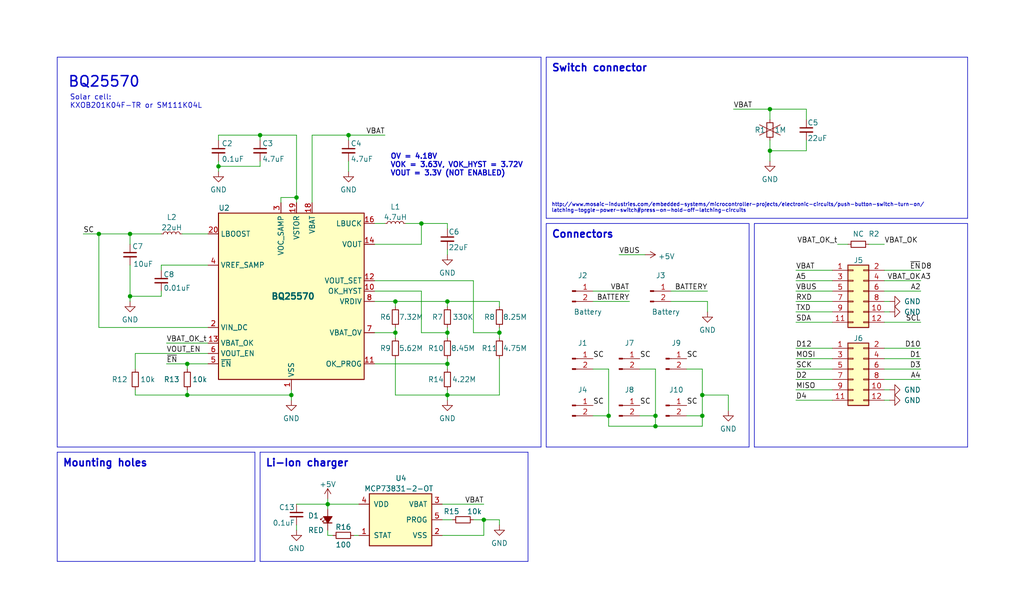
<source format=kicad_sch>
(kicad_sch
	(version 20231120)
	(generator "eeschema")
	(generator_version "8.0")
	(uuid "65265907-6721-4f79-b3a8-f708d4e7460b")
	(paper "User" 250.012 150.012)
	(title_block
		(title "HexSense Svalbard - PWR")
		(date "2023-05-23")
		(company "MIT Media Lab")
		(comment 1 "Fangzheng Liu")
	)
	(lib_symbols
		(symbol "Battery_Management:BQ25570"
			(exclude_from_sim no)
			(in_bom yes)
			(on_board yes)
			(property "Reference" "U?"
				(at -15.24 16.51 0)
				(effects
					(font
						(size 1.27 1.27)
					)
					(justify left)
				)
			)
			(property "Value" "BQ25570"
				(at -2.54 -5.08 0)
				(effects
					(font
						(size 1.524 1.524)
						(bold yes)
					)
					(justify left)
				)
			)
			(property "Footprint" "Package_DFN_QFN:QFN-20-1EP_3.5x3.5mm_P0.5mm_EP2x2mm"
				(at 7.62 33.02 0)
				(effects
					(font
						(size 1.27 1.27)
					)
					(hide yes)
				)
			)
			(property "Datasheet" "http://www.ti.com/lit/ds/symlink/bq25570.pdf"
				(at 10.16 30.48 0)
				(effects
					(font
						(size 1.27 1.27)
					)
					(hide yes)
				)
			)
			(property "Description" "Nano Power Boost Charger and Buck Converter for Energy Harvester Powered Applications, QFN-20"
				(at 0 0 0)
				(effects
					(font
						(size 1.27 1.27)
					)
					(hide yes)
				)
			)
			(property "ki_keywords" "harvester solar TEG charger li-on buck"
				(at 0 0 0)
				(effects
					(font
						(size 1.27 1.27)
					)
					(hide yes)
				)
			)
			(property "ki_fp_filters" "QFN*1EP*3.5x3.5mm*P0.5mm*"
				(at 0 0 0)
				(effects
					(font
						(size 1.27 1.27)
					)
					(hide yes)
				)
			)
			(symbol "BQ25570_0_1"
				(rectangle
					(start -15.24 15.24)
					(end 20.32 -25.4)
					(stroke
						(width 0.254)
						(type default)
					)
					(fill
						(type background)
					)
				)
			)
			(symbol "BQ25570_1_1"
				(pin power_in line
					(at 2.54 -27.94 90)
					(length 2.54)
					(name "VSS"
						(effects
							(font
								(size 1.27 1.27)
							)
						)
					)
					(number "1"
						(effects
							(font
								(size 1.27 1.27)
							)
						)
					)
				)
				(pin input line
					(at 22.86 -3.81 180)
					(length 2.54)
					(name "OK_HYST"
						(effects
							(font
								(size 1.27 1.27)
							)
						)
					)
					(number "10"
						(effects
							(font
								(size 1.27 1.27)
							)
						)
					)
				)
				(pin input line
					(at 22.86 -21.59 180)
					(length 2.54)
					(name "OK_PROG"
						(effects
							(font
								(size 1.27 1.27)
							)
						)
					)
					(number "11"
						(effects
							(font
								(size 1.27 1.27)
							)
						)
					)
				)
				(pin input line
					(at 22.86 -1.27 180)
					(length 2.54)
					(name "VOUT_SET"
						(effects
							(font
								(size 1.27 1.27)
							)
						)
					)
					(number "12"
						(effects
							(font
								(size 1.27 1.27)
							)
						)
					)
				)
				(pin output line
					(at -17.78 -16.51 0)
					(length 2.54)
					(name "VBAT_OK"
						(effects
							(font
								(size 1.27 1.27)
							)
						)
					)
					(number "13"
						(effects
							(font
								(size 1.27 1.27)
							)
						)
					)
				)
				(pin input line
					(at 22.86 7.62 180)
					(length 2.54)
					(name "VOUT"
						(effects
							(font
								(size 1.27 1.27)
							)
						)
					)
					(number "14"
						(effects
							(font
								(size 1.27 1.27)
							)
						)
					)
				)
				(pin passive line
					(at 2.54 -27.94 90)
					(length 2.54) hide
					(name "VSS"
						(effects
							(font
								(size 1.27 1.27)
							)
						)
					)
					(number "15"
						(effects
							(font
								(size 1.27 1.27)
							)
						)
					)
				)
				(pin passive line
					(at 22.86 12.7 180)
					(length 2.54)
					(name "LBUCK"
						(effects
							(font
								(size 1.27 1.27)
							)
						)
					)
					(number "16"
						(effects
							(font
								(size 1.27 1.27)
							)
						)
					)
				)
				(pin passive line
					(at 2.54 -27.94 90)
					(length 2.54) hide
					(name "VSS"
						(effects
							(font
								(size 1.27 1.27)
							)
						)
					)
					(number "17"
						(effects
							(font
								(size 1.27 1.27)
							)
						)
					)
				)
				(pin power_in line
					(at 7.62 17.78 270)
					(length 2.54)
					(name "VBAT"
						(effects
							(font
								(size 1.27 1.27)
							)
						)
					)
					(number "18"
						(effects
							(font
								(size 1.27 1.27)
							)
						)
					)
				)
				(pin power_out line
					(at 3.81 17.78 270)
					(length 2.54)
					(name "VSTOR"
						(effects
							(font
								(size 1.27 1.27)
							)
						)
					)
					(number "19"
						(effects
							(font
								(size 1.27 1.27)
							)
						)
					)
				)
				(pin power_in line
					(at -17.78 -12.7 0)
					(length 2.54)
					(name "VIN_DC"
						(effects
							(font
								(size 1.27 1.27)
							)
						)
					)
					(number "2"
						(effects
							(font
								(size 1.27 1.27)
							)
						)
					)
				)
				(pin passive line
					(at -17.78 10.16 0)
					(length 2.54)
					(name "LBOOST"
						(effects
							(font
								(size 1.27 1.27)
							)
						)
					)
					(number "20"
						(effects
							(font
								(size 1.27 1.27)
							)
						)
					)
				)
				(pin passive line
					(at 2.54 -27.94 90)
					(length 2.54) hide
					(name "VSS"
						(effects
							(font
								(size 1.27 1.27)
							)
						)
					)
					(number "21"
						(effects
							(font
								(size 1.27 1.27)
							)
						)
					)
				)
				(pin input line
					(at 0 17.78 270)
					(length 2.54)
					(name "VOC_SAMP"
						(effects
							(font
								(size 1.27 1.27)
							)
						)
					)
					(number "3"
						(effects
							(font
								(size 1.27 1.27)
							)
						)
					)
				)
				(pin passive line
					(at -17.78 2.54 0)
					(length 2.54)
					(name "VREF_SAMP"
						(effects
							(font
								(size 1.27 1.27)
							)
						)
					)
					(number "4"
						(effects
							(font
								(size 1.27 1.27)
							)
						)
					)
				)
				(pin input line
					(at -17.78 -21.59 0)
					(length 2.54)
					(name "~{EN}"
						(effects
							(font
								(size 1.27 1.27)
							)
						)
					)
					(number "5"
						(effects
							(font
								(size 1.27 1.27)
							)
						)
					)
				)
				(pin input line
					(at -17.78 -19.05 0)
					(length 2.54)
					(name "VOUT_EN"
						(effects
							(font
								(size 1.27 1.27)
							)
						)
					)
					(number "6"
						(effects
							(font
								(size 1.27 1.27)
							)
						)
					)
				)
				(pin input line
					(at 22.86 -13.97 180)
					(length 2.54)
					(name "VBAT_OV"
						(effects
							(font
								(size 1.27 1.27)
							)
						)
					)
					(number "7"
						(effects
							(font
								(size 1.27 1.27)
							)
						)
					)
				)
				(pin output line
					(at 22.86 -6.35 180)
					(length 2.54)
					(name "VRDIV"
						(effects
							(font
								(size 1.27 1.27)
							)
						)
					)
					(number "8"
						(effects
							(font
								(size 1.27 1.27)
							)
						)
					)
				)
				(pin passive line
					(at 2.54 -27.94 90)
					(length 2.54) hide
					(name "VSS"
						(effects
							(font
								(size 1.27 1.27)
							)
						)
					)
					(number "9"
						(effects
							(font
								(size 1.27 1.27)
							)
						)
					)
				)
			)
		)
		(symbol "Battery_Management:MCP73831-2-OT"
			(pin_names
				(offset 1.016)
			)
			(exclude_from_sim no)
			(in_bom yes)
			(on_board yes)
			(property "Reference" "U?"
				(at -1.27 8.89 0)
				(effects
					(font
						(size 1.27 1.27)
					)
					(justify left)
				)
			)
			(property "Value" "MCP73831-2-OT"
				(at -8.89 6.35 0)
				(effects
					(font
						(size 1.27 1.27)
					)
					(justify left)
				)
			)
			(property "Footprint" "Package_TO_SOT_SMD:SOT-23-5"
				(at -15.24 24.13 0)
				(effects
					(font
						(size 1.27 1.27)
						(italic yes)
					)
					(justify left)
					(hide yes)
				)
			)
			(property "Datasheet" "http://ww1.microchip.com/downloads/en/DeviceDoc/20001984g.pdf"
				(at -2.54 26.67 0)
				(effects
					(font
						(size 1.27 1.27)
					)
					(hide yes)
				)
			)
			(property "Description" "Single cell, Li-Ion/Li-Po charge management controller, 4.20V, Tri-State Status Output, in SOT23-5 package"
				(at 0 0 0)
				(effects
					(font
						(size 1.27 1.27)
					)
					(hide yes)
				)
			)
			(property "ki_keywords" "battery charger lithium"
				(at 0 0 0)
				(effects
					(font
						(size 1.27 1.27)
					)
					(hide yes)
				)
			)
			(property "ki_fp_filters" "SOT?23*"
				(at 0 0 0)
				(effects
					(font
						(size 1.27 1.27)
					)
					(hide yes)
				)
			)
			(symbol "MCP73831-2-OT_0_1"
				(rectangle
					(start -7.62 5.08)
					(end 7.62 -7.62)
					(stroke
						(width 0.254)
						(type default)
					)
					(fill
						(type background)
					)
				)
			)
			(symbol "MCP73831-2-OT_1_1"
				(pin output line
					(at -10.16 -5.08 0)
					(length 2.54)
					(name "STAT"
						(effects
							(font
								(size 1.27 1.27)
							)
						)
					)
					(number "1"
						(effects
							(font
								(size 1.27 1.27)
							)
						)
					)
				)
				(pin power_in line
					(at 10.16 -5.08 180)
					(length 2.54)
					(name "VSS"
						(effects
							(font
								(size 1.27 1.27)
							)
						)
					)
					(number "2"
						(effects
							(font
								(size 1.27 1.27)
							)
						)
					)
				)
				(pin power_out line
					(at 10.16 2.54 180)
					(length 2.54)
					(name "VBAT"
						(effects
							(font
								(size 1.27 1.27)
							)
						)
					)
					(number "3"
						(effects
							(font
								(size 1.27 1.27)
							)
						)
					)
				)
				(pin power_in line
					(at -10.16 2.54 0)
					(length 2.54)
					(name "VDD"
						(effects
							(font
								(size 1.27 1.27)
							)
						)
					)
					(number "4"
						(effects
							(font
								(size 1.27 1.27)
							)
						)
					)
				)
				(pin input line
					(at 10.16 -1.27 180)
					(length 2.54)
					(name "PROG"
						(effects
							(font
								(size 1.27 1.27)
							)
						)
					)
					(number "5"
						(effects
							(font
								(size 1.27 1.27)
							)
						)
					)
				)
			)
		)
		(symbol "Connector:Conn_01x02_Male"
			(pin_names
				(offset 1.016) hide)
			(exclude_from_sim no)
			(in_bom yes)
			(on_board yes)
			(property "Reference" "J"
				(at 0 2.54 0)
				(effects
					(font
						(size 1.27 1.27)
					)
				)
			)
			(property "Value" "Conn_01x02_Male"
				(at 0 -5.08 0)
				(effects
					(font
						(size 1.27 1.27)
					)
				)
			)
			(property "Footprint" ""
				(at 0 0 0)
				(effects
					(font
						(size 1.27 1.27)
					)
					(hide yes)
				)
			)
			(property "Datasheet" "~"
				(at 0 0 0)
				(effects
					(font
						(size 1.27 1.27)
					)
					(hide yes)
				)
			)
			(property "Description" "Generic connector, single row, 01x02, script generated (kicad-library-utils/schlib/autogen/connector/)"
				(at 0 0 0)
				(effects
					(font
						(size 1.27 1.27)
					)
					(hide yes)
				)
			)
			(property "ki_keywords" "connector"
				(at 0 0 0)
				(effects
					(font
						(size 1.27 1.27)
					)
					(hide yes)
				)
			)
			(property "ki_fp_filters" "Connector*:*_1x??_*"
				(at 0 0 0)
				(effects
					(font
						(size 1.27 1.27)
					)
					(hide yes)
				)
			)
			(symbol "Conn_01x02_Male_1_1"
				(polyline
					(pts
						(xy 1.27 -2.54) (xy 0.8636 -2.54)
					)
					(stroke
						(width 0.1524)
						(type default)
					)
					(fill
						(type none)
					)
				)
				(polyline
					(pts
						(xy 1.27 0) (xy 0.8636 0)
					)
					(stroke
						(width 0.1524)
						(type default)
					)
					(fill
						(type none)
					)
				)
				(rectangle
					(start 0.8636 -2.413)
					(end 0 -2.667)
					(stroke
						(width 0.1524)
						(type default)
					)
					(fill
						(type outline)
					)
				)
				(rectangle
					(start 0.8636 0.127)
					(end 0 -0.127)
					(stroke
						(width 0.1524)
						(type default)
					)
					(fill
						(type outline)
					)
				)
				(pin passive line
					(at 5.08 0 180)
					(length 3.81)
					(name "Pin_1"
						(effects
							(font
								(size 1.27 1.27)
							)
						)
					)
					(number "1"
						(effects
							(font
								(size 1.27 1.27)
							)
						)
					)
				)
				(pin passive line
					(at 5.08 -2.54 180)
					(length 3.81)
					(name "Pin_2"
						(effects
							(font
								(size 1.27 1.27)
							)
						)
					)
					(number "2"
						(effects
							(font
								(size 1.27 1.27)
							)
						)
					)
				)
			)
		)
		(symbol "Connector_Generic:Conn_02x06_Odd_Even"
			(pin_names
				(offset 1.016) hide)
			(exclude_from_sim no)
			(in_bom yes)
			(on_board yes)
			(property "Reference" "J"
				(at 1.27 7.62 0)
				(effects
					(font
						(size 1.27 1.27)
					)
				)
			)
			(property "Value" "Conn_02x06_Odd_Even"
				(at 1.27 -10.16 0)
				(effects
					(font
						(size 1.27 1.27)
					)
				)
			)
			(property "Footprint" ""
				(at 0 0 0)
				(effects
					(font
						(size 1.27 1.27)
					)
					(hide yes)
				)
			)
			(property "Datasheet" "~"
				(at 0 0 0)
				(effects
					(font
						(size 1.27 1.27)
					)
					(hide yes)
				)
			)
			(property "Description" "Generic connector, double row, 02x06, odd/even pin numbering scheme (row 1 odd numbers, row 2 even numbers), script generated (kicad-library-utils/schlib/autogen/connector/)"
				(at 0 0 0)
				(effects
					(font
						(size 1.27 1.27)
					)
					(hide yes)
				)
			)
			(property "ki_keywords" "connector"
				(at 0 0 0)
				(effects
					(font
						(size 1.27 1.27)
					)
					(hide yes)
				)
			)
			(property "ki_fp_filters" "Connector*:*_2x??_*"
				(at 0 0 0)
				(effects
					(font
						(size 1.27 1.27)
					)
					(hide yes)
				)
			)
			(symbol "Conn_02x06_Odd_Even_1_1"
				(rectangle
					(start -1.27 -7.493)
					(end 0 -7.747)
					(stroke
						(width 0.1524)
						(type default)
					)
					(fill
						(type none)
					)
				)
				(rectangle
					(start -1.27 -4.953)
					(end 0 -5.207)
					(stroke
						(width 0.1524)
						(type default)
					)
					(fill
						(type none)
					)
				)
				(rectangle
					(start -1.27 -2.413)
					(end 0 -2.667)
					(stroke
						(width 0.1524)
						(type default)
					)
					(fill
						(type none)
					)
				)
				(rectangle
					(start -1.27 0.127)
					(end 0 -0.127)
					(stroke
						(width 0.1524)
						(type default)
					)
					(fill
						(type none)
					)
				)
				(rectangle
					(start -1.27 2.667)
					(end 0 2.413)
					(stroke
						(width 0.1524)
						(type default)
					)
					(fill
						(type none)
					)
				)
				(rectangle
					(start -1.27 5.207)
					(end 0 4.953)
					(stroke
						(width 0.1524)
						(type default)
					)
					(fill
						(type none)
					)
				)
				(rectangle
					(start -1.27 6.35)
					(end 3.81 -8.89)
					(stroke
						(width 0.254)
						(type default)
					)
					(fill
						(type background)
					)
				)
				(rectangle
					(start 3.81 -7.493)
					(end 2.54 -7.747)
					(stroke
						(width 0.1524)
						(type default)
					)
					(fill
						(type none)
					)
				)
				(rectangle
					(start 3.81 -4.953)
					(end 2.54 -5.207)
					(stroke
						(width 0.1524)
						(type default)
					)
					(fill
						(type none)
					)
				)
				(rectangle
					(start 3.81 -2.413)
					(end 2.54 -2.667)
					(stroke
						(width 0.1524)
						(type default)
					)
					(fill
						(type none)
					)
				)
				(rectangle
					(start 3.81 0.127)
					(end 2.54 -0.127)
					(stroke
						(width 0.1524)
						(type default)
					)
					(fill
						(type none)
					)
				)
				(rectangle
					(start 3.81 2.667)
					(end 2.54 2.413)
					(stroke
						(width 0.1524)
						(type default)
					)
					(fill
						(type none)
					)
				)
				(rectangle
					(start 3.81 5.207)
					(end 2.54 4.953)
					(stroke
						(width 0.1524)
						(type default)
					)
					(fill
						(type none)
					)
				)
				(pin passive line
					(at -5.08 5.08 0)
					(length 3.81)
					(name "Pin_1"
						(effects
							(font
								(size 1.27 1.27)
							)
						)
					)
					(number "1"
						(effects
							(font
								(size 1.27 1.27)
							)
						)
					)
				)
				(pin passive line
					(at 7.62 -5.08 180)
					(length 3.81)
					(name "Pin_10"
						(effects
							(font
								(size 1.27 1.27)
							)
						)
					)
					(number "10"
						(effects
							(font
								(size 1.27 1.27)
							)
						)
					)
				)
				(pin passive line
					(at -5.08 -7.62 0)
					(length 3.81)
					(name "Pin_11"
						(effects
							(font
								(size 1.27 1.27)
							)
						)
					)
					(number "11"
						(effects
							(font
								(size 1.27 1.27)
							)
						)
					)
				)
				(pin passive line
					(at 7.62 -7.62 180)
					(length 3.81)
					(name "Pin_12"
						(effects
							(font
								(size 1.27 1.27)
							)
						)
					)
					(number "12"
						(effects
							(font
								(size 1.27 1.27)
							)
						)
					)
				)
				(pin passive line
					(at 7.62 5.08 180)
					(length 3.81)
					(name "Pin_2"
						(effects
							(font
								(size 1.27 1.27)
							)
						)
					)
					(number "2"
						(effects
							(font
								(size 1.27 1.27)
							)
						)
					)
				)
				(pin passive line
					(at -5.08 2.54 0)
					(length 3.81)
					(name "Pin_3"
						(effects
							(font
								(size 1.27 1.27)
							)
						)
					)
					(number "3"
						(effects
							(font
								(size 1.27 1.27)
							)
						)
					)
				)
				(pin passive line
					(at 7.62 2.54 180)
					(length 3.81)
					(name "Pin_4"
						(effects
							(font
								(size 1.27 1.27)
							)
						)
					)
					(number "4"
						(effects
							(font
								(size 1.27 1.27)
							)
						)
					)
				)
				(pin passive line
					(at -5.08 0 0)
					(length 3.81)
					(name "Pin_5"
						(effects
							(font
								(size 1.27 1.27)
							)
						)
					)
					(number "5"
						(effects
							(font
								(size 1.27 1.27)
							)
						)
					)
				)
				(pin passive line
					(at 7.62 0 180)
					(length 3.81)
					(name "Pin_6"
						(effects
							(font
								(size 1.27 1.27)
							)
						)
					)
					(number "6"
						(effects
							(font
								(size 1.27 1.27)
							)
						)
					)
				)
				(pin passive line
					(at -5.08 -2.54 0)
					(length 3.81)
					(name "Pin_7"
						(effects
							(font
								(size 1.27 1.27)
							)
						)
					)
					(number "7"
						(effects
							(font
								(size 1.27 1.27)
							)
						)
					)
				)
				(pin passive line
					(at 7.62 -2.54 180)
					(length 3.81)
					(name "Pin_8"
						(effects
							(font
								(size 1.27 1.27)
							)
						)
					)
					(number "8"
						(effects
							(font
								(size 1.27 1.27)
							)
						)
					)
				)
				(pin passive line
					(at -5.08 -5.08 0)
					(length 3.81)
					(name "Pin_9"
						(effects
							(font
								(size 1.27 1.27)
							)
						)
					)
					(number "9"
						(effects
							(font
								(size 1.27 1.27)
							)
						)
					)
				)
			)
		)
		(symbol "Device:C_Small"
			(pin_numbers hide)
			(pin_names
				(offset 0.254) hide)
			(exclude_from_sim no)
			(in_bom yes)
			(on_board yes)
			(property "Reference" "C"
				(at 0.254 1.778 0)
				(effects
					(font
						(size 1.27 1.27)
					)
					(justify left)
				)
			)
			(property "Value" "C_Small"
				(at 0.254 -2.032 0)
				(effects
					(font
						(size 1.27 1.27)
					)
					(justify left)
				)
			)
			(property "Footprint" ""
				(at 0 0 0)
				(effects
					(font
						(size 1.27 1.27)
					)
					(hide yes)
				)
			)
			(property "Datasheet" "~"
				(at 0 0 0)
				(effects
					(font
						(size 1.27 1.27)
					)
					(hide yes)
				)
			)
			(property "Description" "Unpolarized capacitor, small symbol"
				(at 0 0 0)
				(effects
					(font
						(size 1.27 1.27)
					)
					(hide yes)
				)
			)
			(property "ki_keywords" "capacitor cap"
				(at 0 0 0)
				(effects
					(font
						(size 1.27 1.27)
					)
					(hide yes)
				)
			)
			(property "ki_fp_filters" "C_*"
				(at 0 0 0)
				(effects
					(font
						(size 1.27 1.27)
					)
					(hide yes)
				)
			)
			(symbol "C_Small_0_1"
				(polyline
					(pts
						(xy -1.524 -0.508) (xy 1.524 -0.508)
					)
					(stroke
						(width 0.3302)
						(type default)
					)
					(fill
						(type none)
					)
				)
				(polyline
					(pts
						(xy -1.524 0.508) (xy 1.524 0.508)
					)
					(stroke
						(width 0.3048)
						(type default)
					)
					(fill
						(type none)
					)
				)
			)
			(symbol "C_Small_1_1"
				(pin passive line
					(at 0 2.54 270)
					(length 2.032)
					(name "~"
						(effects
							(font
								(size 1.27 1.27)
							)
						)
					)
					(number "1"
						(effects
							(font
								(size 1.27 1.27)
							)
						)
					)
				)
				(pin passive line
					(at 0 -2.54 90)
					(length 2.032)
					(name "~"
						(effects
							(font
								(size 1.27 1.27)
							)
						)
					)
					(number "2"
						(effects
							(font
								(size 1.27 1.27)
							)
						)
					)
				)
			)
		)
		(symbol "Device:LED_Small_Filled"
			(pin_numbers hide)
			(pin_names
				(offset 0.254) hide)
			(exclude_from_sim no)
			(in_bom yes)
			(on_board yes)
			(property "Reference" "D"
				(at -1.27 3.175 0)
				(effects
					(font
						(size 1.27 1.27)
					)
					(justify left)
				)
			)
			(property "Value" "LED_Small_Filled"
				(at -4.445 -2.54 0)
				(effects
					(font
						(size 1.27 1.27)
					)
					(justify left)
				)
			)
			(property "Footprint" ""
				(at 0 0 90)
				(effects
					(font
						(size 1.27 1.27)
					)
					(hide yes)
				)
			)
			(property "Datasheet" "~"
				(at 0 0 90)
				(effects
					(font
						(size 1.27 1.27)
					)
					(hide yes)
				)
			)
			(property "Description" "Light emitting diode, small symbol, filled shape"
				(at 0 0 0)
				(effects
					(font
						(size 1.27 1.27)
					)
					(hide yes)
				)
			)
			(property "ki_keywords" "LED diode light-emitting-diode"
				(at 0 0 0)
				(effects
					(font
						(size 1.27 1.27)
					)
					(hide yes)
				)
			)
			(property "ki_fp_filters" "LED* LED_SMD:* LED_THT:*"
				(at 0 0 0)
				(effects
					(font
						(size 1.27 1.27)
					)
					(hide yes)
				)
			)
			(symbol "LED_Small_Filled_0_1"
				(polyline
					(pts
						(xy -0.762 -1.016) (xy -0.762 1.016)
					)
					(stroke
						(width 0.254)
						(type default)
					)
					(fill
						(type none)
					)
				)
				(polyline
					(pts
						(xy 1.016 0) (xy -0.762 0)
					)
					(stroke
						(width 0)
						(type default)
					)
					(fill
						(type none)
					)
				)
				(polyline
					(pts
						(xy 0.762 -1.016) (xy -0.762 0) (xy 0.762 1.016) (xy 0.762 -1.016)
					)
					(stroke
						(width 0.254)
						(type default)
					)
					(fill
						(type outline)
					)
				)
				(polyline
					(pts
						(xy 0 0.762) (xy -0.508 1.27) (xy -0.254 1.27) (xy -0.508 1.27) (xy -0.508 1.016)
					)
					(stroke
						(width 0)
						(type default)
					)
					(fill
						(type none)
					)
				)
				(polyline
					(pts
						(xy 0.508 1.27) (xy 0 1.778) (xy 0.254 1.778) (xy 0 1.778) (xy 0 1.524)
					)
					(stroke
						(width 0)
						(type default)
					)
					(fill
						(type none)
					)
				)
			)
			(symbol "LED_Small_Filled_1_1"
				(pin passive line
					(at -2.54 0 0)
					(length 1.778)
					(name "K"
						(effects
							(font
								(size 1.27 1.27)
							)
						)
					)
					(number "1"
						(effects
							(font
								(size 1.27 1.27)
							)
						)
					)
				)
				(pin passive line
					(at 2.54 0 180)
					(length 1.778)
					(name "A"
						(effects
							(font
								(size 1.27 1.27)
							)
						)
					)
					(number "2"
						(effects
							(font
								(size 1.27 1.27)
							)
						)
					)
				)
			)
		)
		(symbol "Device:L_Small"
			(pin_numbers hide)
			(pin_names
				(offset 0.254) hide)
			(exclude_from_sim no)
			(in_bom yes)
			(on_board yes)
			(property "Reference" "L"
				(at 0.762 1.016 0)
				(effects
					(font
						(size 1.27 1.27)
					)
					(justify left)
				)
			)
			(property "Value" "L_Small"
				(at 0.762 -1.016 0)
				(effects
					(font
						(size 1.27 1.27)
					)
					(justify left)
				)
			)
			(property "Footprint" ""
				(at 0 0 0)
				(effects
					(font
						(size 1.27 1.27)
					)
					(hide yes)
				)
			)
			(property "Datasheet" "~"
				(at 0 0 0)
				(effects
					(font
						(size 1.27 1.27)
					)
					(hide yes)
				)
			)
			(property "Description" "Inductor, small symbol"
				(at 0 0 0)
				(effects
					(font
						(size 1.27 1.27)
					)
					(hide yes)
				)
			)
			(property "ki_keywords" "inductor choke coil reactor magnetic"
				(at 0 0 0)
				(effects
					(font
						(size 1.27 1.27)
					)
					(hide yes)
				)
			)
			(property "ki_fp_filters" "Choke_* *Coil* Inductor_* L_*"
				(at 0 0 0)
				(effects
					(font
						(size 1.27 1.27)
					)
					(hide yes)
				)
			)
			(symbol "L_Small_0_1"
				(arc
					(start 0 -2.032)
					(mid 0.5058 -1.524)
					(end 0 -1.016)
					(stroke
						(width 0)
						(type default)
					)
					(fill
						(type none)
					)
				)
				(arc
					(start 0 -1.016)
					(mid 0.5058 -0.508)
					(end 0 0)
					(stroke
						(width 0)
						(type default)
					)
					(fill
						(type none)
					)
				)
				(arc
					(start 0 0)
					(mid 0.5058 0.508)
					(end 0 1.016)
					(stroke
						(width 0)
						(type default)
					)
					(fill
						(type none)
					)
				)
				(arc
					(start 0 1.016)
					(mid 0.5058 1.524)
					(end 0 2.032)
					(stroke
						(width 0)
						(type default)
					)
					(fill
						(type none)
					)
				)
			)
			(symbol "L_Small_1_1"
				(pin passive line
					(at 0 2.54 270)
					(length 0.508)
					(name "~"
						(effects
							(font
								(size 1.27 1.27)
							)
						)
					)
					(number "1"
						(effects
							(font
								(size 1.27 1.27)
							)
						)
					)
				)
				(pin passive line
					(at 0 -2.54 90)
					(length 0.508)
					(name "~"
						(effects
							(font
								(size 1.27 1.27)
							)
						)
					)
					(number "2"
						(effects
							(font
								(size 1.27 1.27)
							)
						)
					)
				)
			)
		)
		(symbol "Device:R_Small"
			(pin_numbers hide)
			(pin_names
				(offset 0.254) hide)
			(exclude_from_sim no)
			(in_bom yes)
			(on_board yes)
			(property "Reference" "R"
				(at 0.762 0.508 0)
				(effects
					(font
						(size 1.27 1.27)
					)
					(justify left)
				)
			)
			(property "Value" "R_Small"
				(at 0.762 -1.016 0)
				(effects
					(font
						(size 1.27 1.27)
					)
					(justify left)
				)
			)
			(property "Footprint" ""
				(at 0 0 0)
				(effects
					(font
						(size 1.27 1.27)
					)
					(hide yes)
				)
			)
			(property "Datasheet" "~"
				(at 0 0 0)
				(effects
					(font
						(size 1.27 1.27)
					)
					(hide yes)
				)
			)
			(property "Description" "Resistor, small symbol"
				(at 0 0 0)
				(effects
					(font
						(size 1.27 1.27)
					)
					(hide yes)
				)
			)
			(property "ki_keywords" "R resistor"
				(at 0 0 0)
				(effects
					(font
						(size 1.27 1.27)
					)
					(hide yes)
				)
			)
			(property "ki_fp_filters" "R_*"
				(at 0 0 0)
				(effects
					(font
						(size 1.27 1.27)
					)
					(hide yes)
				)
			)
			(symbol "R_Small_0_1"
				(rectangle
					(start -0.762 1.778)
					(end 0.762 -1.778)
					(stroke
						(width 0.2032)
						(type default)
					)
					(fill
						(type none)
					)
				)
			)
			(symbol "R_Small_1_1"
				(pin passive line
					(at 0 2.54 270)
					(length 0.762)
					(name "~"
						(effects
							(font
								(size 1.27 1.27)
							)
						)
					)
					(number "1"
						(effects
							(font
								(size 1.27 1.27)
							)
						)
					)
				)
				(pin passive line
					(at 0 -2.54 90)
					(length 0.762)
					(name "~"
						(effects
							(font
								(size 1.27 1.27)
							)
						)
					)
					(number "2"
						(effects
							(font
								(size 1.27 1.27)
							)
						)
					)
				)
			)
		)
		(symbol "R_Small_1"
			(pin_numbers hide)
			(pin_names
				(offset 0.254) hide)
			(exclude_from_sim no)
			(in_bom yes)
			(on_board yes)
			(property "Reference" "R1"
				(at 2.413 0 0)
				(effects
					(font
						(size 1.27 1.27)
					)
				)
			)
			(property "Value" "1M"
				(at -2.54 0 0)
				(effects
					(font
						(size 1.27 1.27)
					)
				)
			)
			(property "Footprint" "Resistor_SMD:R_1206_3216Metric_Pad1.30x1.75mm_HandSolder"
				(at 1.27 11.43 0)
				(effects
					(font
						(size 1.27 1.27)
					)
					(hide yes)
				)
			)
			(property "Datasheet" "~"
				(at 0 0 0)
				(effects
					(font
						(size 1.27 1.27)
					)
					(hide yes)
				)
			)
			(property "Description" "Resistor, small symbol"
				(at 0 0 0)
				(effects
					(font
						(size 1.27 1.27)
					)
					(hide yes)
				)
			)
			(property "ki_keywords" "R resistor"
				(at 0 0 0)
				(effects
					(font
						(size 1.27 1.27)
					)
					(hide yes)
				)
			)
			(property "ki_fp_filters" "R_*"
				(at 0 0 0)
				(effects
					(font
						(size 1.27 1.27)
					)
					(hide yes)
				)
			)
			(symbol "R_Small_1_0_1"
				(rectangle
					(start -0.762 1.778)
					(end 0.762 -1.778)
					(stroke
						(width 0.2032)
						(type default)
					)
					(fill
						(type none)
					)
				)
				(polyline
					(pts
						(xy -2.54 -1.27) (xy 2.54 1.27)
					)
					(stroke
						(width 0)
						(type default)
					)
					(fill
						(type none)
					)
				)
				(polyline
					(pts
						(xy -2.54 1.27) (xy 2.54 -1.27)
					)
					(stroke
						(width 0)
						(type default)
					)
					(fill
						(type none)
					)
				)
			)
			(symbol "R_Small_1_1_1"
				(pin passive line
					(at 0 2.54 270)
					(length 0.762)
					(name "~"
						(effects
							(font
								(size 1.27 1.27)
							)
						)
					)
					(number "1"
						(effects
							(font
								(size 1.27 1.27)
							)
						)
					)
				)
				(pin passive line
					(at 0 -2.54 90)
					(length 0.762)
					(name "~"
						(effects
							(font
								(size 1.27 1.27)
							)
						)
					)
					(number "2"
						(effects
							(font
								(size 1.27 1.27)
							)
						)
					)
				)
			)
		)
		(symbol "power:+5V"
			(power)
			(pin_names
				(offset 0)
			)
			(exclude_from_sim no)
			(in_bom yes)
			(on_board yes)
			(property "Reference" "#PWR"
				(at 0 -3.81 0)
				(effects
					(font
						(size 1.27 1.27)
					)
					(hide yes)
				)
			)
			(property "Value" "+5V"
				(at 0 3.556 0)
				(effects
					(font
						(size 1.27 1.27)
					)
				)
			)
			(property "Footprint" ""
				(at 0 0 0)
				(effects
					(font
						(size 1.27 1.27)
					)
					(hide yes)
				)
			)
			(property "Datasheet" ""
				(at 0 0 0)
				(effects
					(font
						(size 1.27 1.27)
					)
					(hide yes)
				)
			)
			(property "Description" "Power symbol creates a global label with name \"+5V\""
				(at 0 0 0)
				(effects
					(font
						(size 1.27 1.27)
					)
					(hide yes)
				)
			)
			(property "ki_keywords" "power-flag"
				(at 0 0 0)
				(effects
					(font
						(size 1.27 1.27)
					)
					(hide yes)
				)
			)
			(symbol "+5V_0_1"
				(polyline
					(pts
						(xy -0.762 1.27) (xy 0 2.54)
					)
					(stroke
						(width 0)
						(type default)
					)
					(fill
						(type none)
					)
				)
				(polyline
					(pts
						(xy 0 0) (xy 0 2.54)
					)
					(stroke
						(width 0)
						(type default)
					)
					(fill
						(type none)
					)
				)
				(polyline
					(pts
						(xy 0 2.54) (xy 0.762 1.27)
					)
					(stroke
						(width 0)
						(type default)
					)
					(fill
						(type none)
					)
				)
			)
			(symbol "+5V_1_1"
				(pin power_in line
					(at 0 0 90)
					(length 0) hide
					(name "+5V"
						(effects
							(font
								(size 1.27 1.27)
							)
						)
					)
					(number "1"
						(effects
							(font
								(size 1.27 1.27)
							)
						)
					)
				)
			)
		)
		(symbol "power:GND"
			(power)
			(pin_names
				(offset 0)
			)
			(exclude_from_sim no)
			(in_bom yes)
			(on_board yes)
			(property "Reference" "#PWR"
				(at 0 -6.35 0)
				(effects
					(font
						(size 1.27 1.27)
					)
					(hide yes)
				)
			)
			(property "Value" "GND"
				(at 0 -3.81 0)
				(effects
					(font
						(size 1.27 1.27)
					)
				)
			)
			(property "Footprint" ""
				(at 0 0 0)
				(effects
					(font
						(size 1.27 1.27)
					)
					(hide yes)
				)
			)
			(property "Datasheet" ""
				(at 0 0 0)
				(effects
					(font
						(size 1.27 1.27)
					)
					(hide yes)
				)
			)
			(property "Description" "Power symbol creates a global label with name \"GND\" , ground"
				(at 0 0 0)
				(effects
					(font
						(size 1.27 1.27)
					)
					(hide yes)
				)
			)
			(property "ki_keywords" "power-flag"
				(at 0 0 0)
				(effects
					(font
						(size 1.27 1.27)
					)
					(hide yes)
				)
			)
			(symbol "GND_0_1"
				(polyline
					(pts
						(xy 0 0) (xy 0 -1.27) (xy 1.27 -1.27) (xy 0 -2.54) (xy -1.27 -1.27) (xy 0 -1.27)
					)
					(stroke
						(width 0)
						(type default)
					)
					(fill
						(type none)
					)
				)
			)
			(symbol "GND_1_1"
				(pin power_in line
					(at 0 0 270)
					(length 0) hide
					(name "GND"
						(effects
							(font
								(size 1.27 1.27)
							)
						)
					)
					(number "1"
						(effects
							(font
								(size 1.27 1.27)
							)
						)
					)
				)
			)
		)
	)
	(junction
		(at 187.96 26.67)
		(diameter 0)
		(color 0 0 0 0)
		(uuid "004c22a8-6ea7-455a-b8a4-4a6f7993f29d")
	)
	(junction
		(at 63.5 33.02)
		(diameter 0)
		(color 0 0 0 0)
		(uuid "12ff6103-1c11-4678-9beb-6572f6874962")
	)
	(junction
		(at 31.75 72.39)
		(diameter 0)
		(color 0 0 0 0)
		(uuid "16a50ce0-644a-4301-9dd4-d7f809ba5fae")
	)
	(junction
		(at 109.22 73.66)
		(diameter 0)
		(color 0 0 0 0)
		(uuid "28f5ea1b-3c1e-4431-8cc4-193520e0a498")
	)
	(junction
		(at 171.45 101.6)
		(diameter 0)
		(color 0 0 0 0)
		(uuid "2b0aa43e-2d9d-4fe3-a82f-1b37ca9754a8")
	)
	(junction
		(at 109.22 81.28)
		(diameter 0)
		(color 0 0 0 0)
		(uuid "2dcf16b8-1dbb-4768-9443-a2fd7c74378a")
	)
	(junction
		(at 85.09 33.02)
		(diameter 0)
		(color 0 0 0 0)
		(uuid "381c8642-7feb-4fb7-a516-9df674ae5c43")
	)
	(junction
		(at 109.22 96.52)
		(diameter 0)
		(color 0 0 0 0)
		(uuid "38bcd18e-d2ae-4b21-ac9d-e6032dc5bd03")
	)
	(junction
		(at 118.11 127)
		(diameter 0)
		(color 0 0 0 0)
		(uuid "3cdad5cc-bc98-49f2-a23f-34f1bfce57a9")
	)
	(junction
		(at 109.22 88.9)
		(diameter 0)
		(color 0 0 0 0)
		(uuid "3f79f3bf-9fe0-4f9e-83fe-de220f7a373c")
	)
	(junction
		(at 31.75 57.15)
		(diameter 0)
		(color 0 0 0 0)
		(uuid "49e20fc3-c328-40a5-9bfe-2488dcd6f86b")
	)
	(junction
		(at 148.59 101.6)
		(diameter 0)
		(color 0 0 0 0)
		(uuid "671c2867-595a-45ac-94ca-88d907b6e73a")
	)
	(junction
		(at 96.52 73.66)
		(diameter 0)
		(color 0 0 0 0)
		(uuid "6c167dfd-f3c3-43b4-bc75-b923b233b3e5")
	)
	(junction
		(at 96.52 81.28)
		(diameter 0)
		(color 0 0 0 0)
		(uuid "7f023854-0613-47f9-872a-3058512879ef")
	)
	(junction
		(at 45.72 96.52)
		(diameter 0)
		(color 0 0 0 0)
		(uuid "861a6027-a0e0-4d8e-b69e-9ef2bfc265b4")
	)
	(junction
		(at 171.45 96.52)
		(diameter 0)
		(color 0 0 0 0)
		(uuid "98b18ba6-46f7-42e4-9765-666431976696")
	)
	(junction
		(at 160.02 104.14)
		(diameter 0)
		(color 0 0 0 0)
		(uuid "a6069825-fc7a-44ac-b92e-9447f8f6e008")
	)
	(junction
		(at 45.72 88.9)
		(diameter 0)
		(color 0 0 0 0)
		(uuid "a8a1864f-23e5-42a4-b969-92cc7e48c840")
	)
	(junction
		(at 102.87 54.61)
		(diameter 0)
		(color 0 0 0 0)
		(uuid "b5bb9540-58c2-4dc3-ae68-bec4f02a6e84")
	)
	(junction
		(at 187.96 36.83)
		(diameter 0)
		(color 0 0 0 0)
		(uuid "c1018a94-a757-46e6-a960-d2795ec7ddae")
	)
	(junction
		(at 160.02 101.6)
		(diameter 0)
		(color 0 0 0 0)
		(uuid "cc538230-d276-427b-abde-225fd407d4ea")
	)
	(junction
		(at 80.01 123.19)
		(diameter 0)
		(color 0 0 0 0)
		(uuid "d87767ed-31ea-467b-bbdc-f5c372656c2c")
	)
	(junction
		(at 24.13 57.15)
		(diameter 0)
		(color 0 0 0 0)
		(uuid "e145c37a-a2a2-4a21-9314-f63ead85fb7d")
	)
	(junction
		(at 72.39 48.26)
		(diameter 0)
		(color 0 0 0 0)
		(uuid "e809a228-747d-49cb-afbc-e6928ca630f7")
	)
	(junction
		(at 121.92 81.28)
		(diameter 0)
		(color 0 0 0 0)
		(uuid "ee59c1ba-4eb8-4f8f-8769-5bb3946c9ebc")
	)
	(junction
		(at 71.12 96.52)
		(diameter 0)
		(color 0 0 0 0)
		(uuid "f45b1173-52da-4975-864f-5dbfe32555bf")
	)
	(junction
		(at 53.34 40.64)
		(diameter 0)
		(color 0 0 0 0)
		(uuid "f6e16180-125f-42e1-82da-6e1eeacc4d74")
	)
	(wire
		(pts
			(xy 172.72 73.66) (xy 172.72 76.2)
		)
		(stroke
			(width 0)
			(type default)
		)
		(uuid "00cc6313-fc54-4a7a-8e7f-0b5824181f4a")
	)
	(wire
		(pts
			(xy 121.92 96.52) (xy 121.92 87.63)
		)
		(stroke
			(width 0)
			(type default)
		)
		(uuid "0100ad9c-150d-448a-a7c9-ab6ec025dec3")
	)
	(polyline
		(pts
			(xy 182.88 54.61) (xy 182.88 109.22)
		)
		(stroke
			(width 0)
			(type default)
		)
		(uuid "027d512b-e8c6-4a51-acb7-2e0c7560e559")
	)
	(wire
		(pts
			(xy 107.95 127) (xy 110.49 127)
		)
		(stroke
			(width 0)
			(type default)
		)
		(uuid "02926e67-18d3-44b4-9207-55bb5c3e5878")
	)
	(wire
		(pts
			(xy 160.02 101.6) (xy 156.21 101.6)
		)
		(stroke
			(width 0)
			(type default)
		)
		(uuid "0485b5d1-2d2f-431d-be8c-704e6e6b9eed")
	)
	(wire
		(pts
			(xy 33.02 86.36) (xy 50.8 86.36)
		)
		(stroke
			(width 0)
			(type default)
		)
		(uuid "0693253d-c948-411d-a3d5-637b592f13b0")
	)
	(wire
		(pts
			(xy 45.72 88.9) (xy 50.8 88.9)
		)
		(stroke
			(width 0)
			(type default)
		)
		(uuid "06a754a1-e0cc-4f14-b7df-4c1c680e6e3e")
	)
	(wire
		(pts
			(xy 194.31 85.09) (xy 203.2 85.09)
		)
		(stroke
			(width 0)
			(type default)
		)
		(uuid "08731778-0a5a-43b1-af13-8e85be1c9e45")
	)
	(wire
		(pts
			(xy 187.96 34.29) (xy 187.96 36.83)
		)
		(stroke
			(width 0)
			(type default)
		)
		(uuid "0c85b801-19a7-4e41-bffe-17bf0ade62ee")
	)
	(wire
		(pts
			(xy 80.01 130.81) (xy 81.28 130.81)
		)
		(stroke
			(width 0)
			(type default)
		)
		(uuid "0cf7750b-55d5-4f70-b2bb-8970b63b8b2f")
	)
	(polyline
		(pts
			(xy 63.5 110.49) (xy 128.905 110.49)
		)
		(stroke
			(width 0)
			(type default)
		)
		(uuid "0d3bc601-e3f0-4ea2-8a0e-2531b51b425b")
	)
	(wire
		(pts
			(xy 194.31 90.17) (xy 203.2 90.17)
		)
		(stroke
			(width 0)
			(type default)
		)
		(uuid "0e621d43-50bf-457d-ace1-a93ed79111ee")
	)
	(wire
		(pts
			(xy 148.59 104.14) (xy 160.02 104.14)
		)
		(stroke
			(width 0)
			(type default)
		)
		(uuid "0eac41a0-d8a5-4b32-b3bf-7e87cd97bcf3")
	)
	(wire
		(pts
			(xy 33.02 95.25) (xy 33.02 96.52)
		)
		(stroke
			(width 0)
			(type default)
		)
		(uuid "0ffb3caa-c2dc-4ccc-aa70-49c30e2c16c1")
	)
	(wire
		(pts
			(xy 121.92 73.66) (xy 121.92 74.93)
		)
		(stroke
			(width 0)
			(type default)
		)
		(uuid "1041e59a-05dc-4999-acc6-978899146095")
	)
	(polyline
		(pts
			(xy 62.23 110.49) (xy 13.97 110.49)
		)
		(stroke
			(width 0)
			(type default)
		)
		(uuid "112550a6-2f51-4afe-8e76-b8860014e73b")
	)
	(polyline
		(pts
			(xy 13.97 110.49) (xy 13.97 137.16)
		)
		(stroke
			(width 0)
			(type default)
		)
		(uuid "126c320d-e12b-48bd-b94a-6aea356547ff")
	)
	(wire
		(pts
			(xy 194.31 73.66) (xy 203.2 73.66)
		)
		(stroke
			(width 0)
			(type default)
		)
		(uuid "16eeea80-65cf-4e8b-814e-8dd2f36d6875")
	)
	(wire
		(pts
			(xy 121.92 81.28) (xy 121.92 82.55)
		)
		(stroke
			(width 0)
			(type default)
		)
		(uuid "171cc961-e3ad-4ab5-a7be-7c1d19ac2989")
	)
	(wire
		(pts
			(xy 163.83 71.12) (xy 172.72 71.12)
		)
		(stroke
			(width 0)
			(type default)
		)
		(uuid "18c4d9f3-cadc-4442-9fbd-a7ceac83d41d")
	)
	(wire
		(pts
			(xy 53.34 40.64) (xy 63.5 40.64)
		)
		(stroke
			(width 0)
			(type default)
		)
		(uuid "1bc16062-79ef-4eec-b087-d2d3c4604468")
	)
	(wire
		(pts
			(xy 44.45 57.15) (xy 50.8 57.15)
		)
		(stroke
			(width 0)
			(type default)
		)
		(uuid "1bfe171a-98d9-46db-9492-855c2e95383e")
	)
	(polyline
		(pts
			(xy 133.35 13.97) (xy 133.35 53.34)
		)
		(stroke
			(width 0)
			(type default)
		)
		(uuid "1c8c2bc9-89ec-4a26-a70b-0588137c3bfa")
	)
	(wire
		(pts
			(xy 196.85 36.83) (xy 196.85 34.29)
		)
		(stroke
			(width 0)
			(type default)
		)
		(uuid "1e1150ec-d0d4-4ff5-a773-95da9afd5198")
	)
	(polyline
		(pts
			(xy 128.905 110.49) (xy 128.905 137.16)
		)
		(stroke
			(width 0)
			(type default)
		)
		(uuid "23244101-1cc1-425e-b45b-a6dfb07bd773")
	)
	(polyline
		(pts
			(xy 13.97 137.16) (xy 62.23 137.16)
		)
		(stroke
			(width 0)
			(type default)
		)
		(uuid "249af2ff-91fe-4f05-8340-7904b99c5763")
	)
	(wire
		(pts
			(xy 215.9 73.66) (xy 217.17 73.66)
		)
		(stroke
			(width 0)
			(type default)
		)
		(uuid "25844660-3d44-4b16-970b-f8ae5955cbb8")
	)
	(wire
		(pts
			(xy 215.9 59.69) (xy 212.09 59.69)
		)
		(stroke
			(width 0)
			(type default)
		)
		(uuid "25946f41-c10e-4c41-98a3-aa3ee685809c")
	)
	(wire
		(pts
			(xy 85.09 33.02) (xy 93.98 33.02)
		)
		(stroke
			(width 0)
			(type default)
		)
		(uuid "269e3282-9056-4942-b7d0-3a4e634bdcd6")
	)
	(wire
		(pts
			(xy 109.22 73.66) (xy 109.22 74.93)
		)
		(stroke
			(width 0)
			(type default)
		)
		(uuid "2d229306-526d-4ef0-8bb9-3dc6690bdfea")
	)
	(polyline
		(pts
			(xy 236.22 53.34) (xy 133.35 53.34)
		)
		(stroke
			(width 0)
			(type default)
		)
		(uuid "2da2df58-cbfd-4b3c-8cb1-632acfe45655")
	)
	(wire
		(pts
			(xy 72.39 128.27) (xy 72.39 129.54)
		)
		(stroke
			(width 0)
			(type default)
		)
		(uuid "2ddcd55f-8c15-4e78-bc5a-4b9fdbae2dc6")
	)
	(wire
		(pts
			(xy 96.52 96.52) (xy 109.22 96.52)
		)
		(stroke
			(width 0)
			(type default)
		)
		(uuid "2e93987f-fdc3-4413-aeee-bf2e475e7773")
	)
	(polyline
		(pts
			(xy 13.97 13.97) (xy 13.97 109.22)
		)
		(stroke
			(width 0)
			(type default)
		)
		(uuid "2ee0b466-c444-4035-84c9-a050e466f5bc")
	)
	(wire
		(pts
			(xy 39.37 71.12) (xy 39.37 72.39)
		)
		(stroke
			(width 0)
			(type default)
		)
		(uuid "30916c3b-d512-4211-9c70-e44b6ad9522b")
	)
	(wire
		(pts
			(xy 86.36 130.81) (xy 87.63 130.81)
		)
		(stroke
			(width 0)
			(type default)
		)
		(uuid "3096be9b-234a-4190-a45e-75d186fc2105")
	)
	(wire
		(pts
			(xy 215.9 92.71) (xy 224.79 92.71)
		)
		(stroke
			(width 0)
			(type default)
		)
		(uuid "3224800f-6aa8-4030-a258-35fe433dd20e")
	)
	(wire
		(pts
			(xy 215.9 90.17) (xy 224.79 90.17)
		)
		(stroke
			(width 0)
			(type default)
		)
		(uuid "327db0e7-57a8-48be-a554-520b36b9ba6c")
	)
	(wire
		(pts
			(xy 39.37 66.04) (xy 39.37 64.77)
		)
		(stroke
			(width 0)
			(type default)
		)
		(uuid "360f76cc-c29c-40ba-bd12-0f86baeba6fa")
	)
	(wire
		(pts
			(xy 63.5 33.02) (xy 72.39 33.02)
		)
		(stroke
			(width 0)
			(type default)
		)
		(uuid "380b7fad-c298-4d97-bc6f-908a1a18ef46")
	)
	(polyline
		(pts
			(xy 184.15 54.61) (xy 184.15 109.22)
		)
		(stroke
			(width 0)
			(type default)
		)
		(uuid "381c5588-4de9-4ac5-9d2c-80e7294c3d07")
	)
	(wire
		(pts
			(xy 109.22 81.28) (xy 109.22 82.55)
		)
		(stroke
			(width 0)
			(type default)
		)
		(uuid "383002c1-14ea-49dc-8352-b5997e70c319")
	)
	(wire
		(pts
			(xy 107.95 123.19) (xy 118.11 123.19)
		)
		(stroke
			(width 0)
			(type default)
		)
		(uuid "3ae6bd90-2479-41e4-b033-88c5ed155fd7")
	)
	(polyline
		(pts
			(xy 128.905 137.16) (xy 63.5 137.16)
		)
		(stroke
			(width 0)
			(type default)
		)
		(uuid "3ba61b8f-2eec-4900-8cf9-5c851101d3d5")
	)
	(wire
		(pts
			(xy 160.02 90.17) (xy 160.02 101.6)
		)
		(stroke
			(width 0)
			(type default)
		)
		(uuid "3bf14edd-5497-486d-b5ab-94e8ccb15c14")
	)
	(wire
		(pts
			(xy 31.75 73.66) (xy 31.75 72.39)
		)
		(stroke
			(width 0)
			(type default)
		)
		(uuid "3dd638b7-ac65-4373-9426-b45ca419e2fa")
	)
	(wire
		(pts
			(xy 53.34 34.29) (xy 53.34 33.02)
		)
		(stroke
			(width 0)
			(type default)
		)
		(uuid "409301e4-9f1e-4765-a8d2-4989f50325c7")
	)
	(wire
		(pts
			(xy 71.12 95.25) (xy 71.12 96.52)
		)
		(stroke
			(width 0)
			(type default)
		)
		(uuid "413f23d4-0d9a-456f-9ec2-08de9c3de90b")
	)
	(wire
		(pts
			(xy 196.85 26.67) (xy 196.85 29.21)
		)
		(stroke
			(width 0)
			(type default)
		)
		(uuid "4267badd-bb22-49c3-85bb-3f19111ace45")
	)
	(wire
		(pts
			(xy 215.9 97.79) (xy 217.17 97.79)
		)
		(stroke
			(width 0)
			(type default)
		)
		(uuid "456b29e9-d032-4558-9e86-980883e595c8")
	)
	(wire
		(pts
			(xy 68.58 49.53) (xy 68.58 48.26)
		)
		(stroke
			(width 0)
			(type default)
		)
		(uuid "485b6d26-abe3-4abc-a26d-5a92cc22cbf3")
	)
	(wire
		(pts
			(xy 24.13 57.15) (xy 24.13 80.01)
		)
		(stroke
			(width 0)
			(type default)
		)
		(uuid "4bb8fe6e-da5e-4edc-a6ec-1373b81e14af")
	)
	(wire
		(pts
			(xy 171.45 96.52) (xy 177.8 96.52)
		)
		(stroke
			(width 0)
			(type default)
		)
		(uuid "4de6b2f4-c72d-4e81-a177-042a0c63e3a1")
	)
	(wire
		(pts
			(xy 163.83 73.66) (xy 172.72 73.66)
		)
		(stroke
			(width 0)
			(type default)
		)
		(uuid "4e8ed6e0-0dab-47f5-bcf0-a4956039639c")
	)
	(wire
		(pts
			(xy 215.9 76.2) (xy 217.17 76.2)
		)
		(stroke
			(width 0)
			(type default)
		)
		(uuid "4f89a18e-e7e4-4b56-8518-4413550ca695")
	)
	(wire
		(pts
			(xy 76.2 33.02) (xy 76.2 49.53)
		)
		(stroke
			(width 0)
			(type default)
		)
		(uuid "503da06f-128d-4f52-8508-32454aa7cbae")
	)
	(polyline
		(pts
			(xy 133.35 54.61) (xy 182.88 54.61)
		)
		(stroke
			(width 0)
			(type default)
		)
		(uuid "53d0b2cd-bae8-420b-b9ef-ee753e4b5b86")
	)
	(wire
		(pts
			(xy 148.59 101.6) (xy 144.78 101.6)
		)
		(stroke
			(width 0)
			(type default)
		)
		(uuid "55316829-3696-4d4a-ac2b-adf90b1f8c1b")
	)
	(wire
		(pts
			(xy 109.22 96.52) (xy 109.22 97.79)
		)
		(stroke
			(width 0)
			(type default)
		)
		(uuid "55f7caf6-b8a9-433a-8253-ae3f6be65921")
	)
	(wire
		(pts
			(xy 167.64 90.17) (xy 171.45 90.17)
		)
		(stroke
			(width 0)
			(type default)
		)
		(uuid "584736e8-8cca-44c3-b337-8360b00d77f2")
	)
	(wire
		(pts
			(xy 160.02 101.6) (xy 160.02 104.14)
		)
		(stroke
			(width 0)
			(type default)
		)
		(uuid "59f06de7-0c2e-46cf-a401-c5d59cda407c")
	)
	(wire
		(pts
			(xy 53.34 33.02) (xy 63.5 33.02)
		)
		(stroke
			(width 0)
			(type default)
		)
		(uuid "59f2e29f-1155-427e-9a95-652f62429efe")
	)
	(wire
		(pts
			(xy 102.87 59.69) (xy 102.87 54.61)
		)
		(stroke
			(width 0)
			(type default)
		)
		(uuid "5a8786e6-c6a7-4f60-8e17-b2f873ae2e8b")
	)
	(wire
		(pts
			(xy 109.22 87.63) (xy 109.22 88.9)
		)
		(stroke
			(width 0)
			(type default)
		)
		(uuid "6109e4d3-9ea8-405e-8c12-5e9e50eacb26")
	)
	(wire
		(pts
			(xy 194.31 87.63) (xy 203.2 87.63)
		)
		(stroke
			(width 0)
			(type default)
		)
		(uuid "626ca37a-188c-4bf1-abe8-3b8676fe0192")
	)
	(wire
		(pts
			(xy 194.31 97.79) (xy 203.2 97.79)
		)
		(stroke
			(width 0)
			(type default)
		)
		(uuid "635afdc8-cd99-4ed4-a3e4-2f060a75fb9b")
	)
	(wire
		(pts
			(xy 148.59 101.6) (xy 148.59 104.14)
		)
		(stroke
			(width 0)
			(type default)
		)
		(uuid "63b17b84-5b79-40ba-a938-4b80f1d93d92")
	)
	(wire
		(pts
			(xy 109.22 96.52) (xy 121.92 96.52)
		)
		(stroke
			(width 0)
			(type default)
		)
		(uuid "65b8109b-d9a7-49a7-b38d-96c589c57d00")
	)
	(wire
		(pts
			(xy 115.57 68.58) (xy 115.57 81.28)
		)
		(stroke
			(width 0)
			(type default)
		)
		(uuid "6618ebd7-6d3f-47bf-b6f5-efce07560aec")
	)
	(wire
		(pts
			(xy 177.8 96.52) (xy 177.8 100.33)
		)
		(stroke
			(width 0)
			(type default)
		)
		(uuid "69651963-0b6d-4886-8b4d-13141bc71032")
	)
	(wire
		(pts
			(xy 72.39 123.19) (xy 80.01 123.19)
		)
		(stroke
			(width 0)
			(type default)
		)
		(uuid "6b35bc97-0554-4864-a2fd-69b71fea4c14")
	)
	(wire
		(pts
			(xy 68.58 48.26) (xy 72.39 48.26)
		)
		(stroke
			(width 0)
			(type default)
		)
		(uuid "6d58753e-9a03-4bea-8081-72bad0330055")
	)
	(wire
		(pts
			(xy 109.22 80.01) (xy 109.22 81.28)
		)
		(stroke
			(width 0)
			(type default)
		)
		(uuid "6e1b2166-27c2-4a9e-adbf-4fc27ae7a88a")
	)
	(wire
		(pts
			(xy 24.13 80.01) (xy 50.8 80.01)
		)
		(stroke
			(width 0)
			(type default)
		)
		(uuid "6eb278ed-778b-460a-ba8b-db061d6c2766")
	)
	(polyline
		(pts
			(xy 182.88 109.22) (xy 133.35 109.22)
		)
		(stroke
			(width 0)
			(type default)
		)
		(uuid "6f364b94-e652-481f-92d8-ae2a245f9439")
	)
	(wire
		(pts
			(xy 102.87 54.61) (xy 99.06 54.61)
		)
		(stroke
			(width 0)
			(type default)
		)
		(uuid "6fea432c-1ab6-4552-a3f9-f4768d0e0f74")
	)
	(polyline
		(pts
			(xy 132.08 13.97) (xy 132.08 109.22)
		)
		(stroke
			(width 0)
			(type default)
		)
		(uuid "704e2086-fcdc-4e75-94a6-ce92c6b9475a")
	)
	(wire
		(pts
			(xy 194.31 78.74) (xy 203.2 78.74)
		)
		(stroke
			(width 0)
			(type default)
		)
		(uuid "705ea219-e965-41b9-8b2e-6fe6115cc872")
	)
	(wire
		(pts
			(xy 148.59 90.17) (xy 148.59 101.6)
		)
		(stroke
			(width 0)
			(type default)
		)
		(uuid "719987b9-a472-4129-aee2-000a1f759215")
	)
	(wire
		(pts
			(xy 72.39 49.53) (xy 72.39 48.26)
		)
		(stroke
			(width 0)
			(type default)
		)
		(uuid "7284937f-ace9-4f10-a8f9-d8279386ed48")
	)
	(polyline
		(pts
			(xy 63.5 110.49) (xy 63.5 137.16)
		)
		(stroke
			(width 0)
			(type default)
		)
		(uuid "76b96ab0-43ba-465a-a58a-07cbe24f021d")
	)
	(wire
		(pts
			(xy 151.13 62.23) (xy 157.48 62.23)
		)
		(stroke
			(width 0)
			(type default)
		)
		(uuid "775de55f-5dc0-45e5-a43e-586dd9bb91f0")
	)
	(wire
		(pts
			(xy 156.21 90.17) (xy 160.02 90.17)
		)
		(stroke
			(width 0)
			(type default)
		)
		(uuid "79cde9a2-664a-4a8b-9a0c-cf4a7af48965")
	)
	(wire
		(pts
			(xy 102.87 71.12) (xy 102.87 81.28)
		)
		(stroke
			(width 0)
			(type default)
		)
		(uuid "7a5419e0-3526-478e-a4f8-5bb6a572b857")
	)
	(wire
		(pts
			(xy 160.02 104.14) (xy 171.45 104.14)
		)
		(stroke
			(width 0)
			(type default)
		)
		(uuid "7bc1bbf2-0cfd-4130-a2a7-64d38e371972")
	)
	(wire
		(pts
			(xy 31.75 57.15) (xy 39.37 57.15)
		)
		(stroke
			(width 0)
			(type default)
		)
		(uuid "7c7f9267-d401-46c4-b761-fe2e95ab3603")
	)
	(wire
		(pts
			(xy 39.37 64.77) (xy 50.8 64.77)
		)
		(stroke
			(width 0)
			(type default)
		)
		(uuid "7d9c178e-1f19-473b-acb9-f4b8d32afbb7")
	)
	(wire
		(pts
			(xy 31.75 59.69) (xy 31.75 57.15)
		)
		(stroke
			(width 0)
			(type default)
		)
		(uuid "7e84dc2b-c6fb-4dad-870a-5713a2380992")
	)
	(wire
		(pts
			(xy 85.09 33.02) (xy 85.09 34.29)
		)
		(stroke
			(width 0)
			(type default)
		)
		(uuid "80ad87d8-2b3e-4a07-aa4b-0a4a3d95fde4")
	)
	(wire
		(pts
			(xy 63.5 33.02) (xy 63.5 34.29)
		)
		(stroke
			(width 0)
			(type default)
		)
		(uuid "817877bd-f5fc-4a2a-8920-4c3003d62313")
	)
	(wire
		(pts
			(xy 45.72 88.9) (xy 45.72 90.17)
		)
		(stroke
			(width 0)
			(type default)
		)
		(uuid "8406d868-acc2-4344-895c-7f3e4d9adad2")
	)
	(wire
		(pts
			(xy 109.22 73.66) (xy 121.92 73.66)
		)
		(stroke
			(width 0)
			(type default)
		)
		(uuid "854ab77f-b194-45e2-91bf-f8deb1cf2328")
	)
	(wire
		(pts
			(xy 96.52 73.66) (xy 96.52 74.93)
		)
		(stroke
			(width 0)
			(type default)
		)
		(uuid "86b50c39-623f-47b2-b361-de408a382fa1")
	)
	(wire
		(pts
			(xy 109.22 60.96) (xy 109.22 62.23)
		)
		(stroke
			(width 0)
			(type default)
		)
		(uuid "86cf8b8f-5a18-4044-bde1-99551426096f")
	)
	(wire
		(pts
			(xy 194.31 68.58) (xy 203.2 68.58)
		)
		(stroke
			(width 0)
			(type default)
		)
		(uuid "8747cf8d-31f5-4f12-91c6-ee338ace76bd")
	)
	(wire
		(pts
			(xy 53.34 40.64) (xy 53.34 41.91)
		)
		(stroke
			(width 0)
			(type default)
		)
		(uuid "885f4532-63cb-4c00-a4b9-9f88ba4bdcc7")
	)
	(wire
		(pts
			(xy 187.96 36.83) (xy 187.96 39.37)
		)
		(stroke
			(width 0)
			(type default)
		)
		(uuid "8c1457a3-31b0-4c33-addd-892459d95e30")
	)
	(wire
		(pts
			(xy 107.95 130.81) (xy 118.11 130.81)
		)
		(stroke
			(width 0)
			(type default)
		)
		(uuid "8db48892-20f8-4232-abdc-4f783aff5fa2")
	)
	(wire
		(pts
			(xy 40.64 83.82) (xy 50.8 83.82)
		)
		(stroke
			(width 0)
			(type default)
		)
		(uuid "8f2765f2-0b57-4351-9708-70d20f2c78f4")
	)
	(wire
		(pts
			(xy 215.9 68.58) (xy 224.79 68.58)
		)
		(stroke
			(width 0)
			(type default)
		)
		(uuid "9221aeb6-5c03-4742-a1c5-2f358ec950dd")
	)
	(wire
		(pts
			(xy 215.9 66.04) (xy 224.79 66.04)
		)
		(stroke
			(width 0)
			(type default)
		)
		(uuid "9230e8d0-8f8a-45d4-b013-61b8b82e8a22")
	)
	(polyline
		(pts
			(xy 132.08 109.22) (xy 13.97 109.22)
		)
		(stroke
			(width 0)
			(type default)
		)
		(uuid "92c8d89d-10ba-464b-92b9-3d6c477d66f0")
	)
	(wire
		(pts
			(xy 91.44 73.66) (xy 96.52 73.66)
		)
		(stroke
			(width 0)
			(type default)
		)
		(uuid "941cc7ef-afc6-4ed6-b536-d2a88a6da5db")
	)
	(wire
		(pts
			(xy 187.96 36.83) (xy 196.85 36.83)
		)
		(stroke
			(width 0)
			(type default)
		)
		(uuid "9427bf7b-cdb8-4ed7-90cd-48ad27713d22")
	)
	(polyline
		(pts
			(xy 236.22 13.97) (xy 236.22 53.34)
		)
		(stroke
			(width 0)
			(type default)
		)
		(uuid "943c0282-9c76-489b-b67d-c755ac593417")
	)
	(polyline
		(pts
			(xy 62.23 137.16) (xy 62.23 110.49)
		)
		(stroke
			(width 0)
			(type default)
		)
		(uuid "9524b549-e9fa-434d-a758-95c0cc60299e")
	)
	(wire
		(pts
			(xy 91.44 71.12) (xy 102.87 71.12)
		)
		(stroke
			(width 0)
			(type default)
		)
		(uuid "95bab6db-c0c6-4ce5-885a-722ada8eaa02")
	)
	(wire
		(pts
			(xy 53.34 39.37) (xy 53.34 40.64)
		)
		(stroke
			(width 0)
			(type default)
		)
		(uuid "95dcd0f3-4308-4a7a-98f1-ad7c5e23b90d")
	)
	(wire
		(pts
			(xy 121.92 80.01) (xy 121.92 81.28)
		)
		(stroke
			(width 0)
			(type default)
		)
		(uuid "9601303e-a608-4505-bb66-e3fe56ad9de9")
	)
	(wire
		(pts
			(xy 31.75 72.39) (xy 39.37 72.39)
		)
		(stroke
			(width 0)
			(type default)
		)
		(uuid "97214866-20a6-4a72-9757-f93dbb295371")
	)
	(wire
		(pts
			(xy 80.01 129.54) (xy 80.01 130.81)
		)
		(stroke
			(width 0)
			(type default)
		)
		(uuid "9949459d-4c92-4106-8a4e-5a67174488ed")
	)
	(wire
		(pts
			(xy 194.31 71.12) (xy 203.2 71.12)
		)
		(stroke
			(width 0)
			(type default)
		)
		(uuid "9a3ebcb4-001c-49b4-8d1a-425b2f95683a")
	)
	(wire
		(pts
			(xy 153.67 71.12) (xy 144.78 71.12)
		)
		(stroke
			(width 0)
			(type default)
		)
		(uuid "9b009e89-e6d0-4ca0-b34b-e880eaf0a73c")
	)
	(wire
		(pts
			(xy 20.32 57.15) (xy 24.13 57.15)
		)
		(stroke
			(width 0)
			(type default)
		)
		(uuid "9ef1a99c-61de-46d8-96b6-1c19981540e4")
	)
	(wire
		(pts
			(xy 144.78 73.66) (xy 153.67 73.66)
		)
		(stroke
			(width 0)
			(type default)
		)
		(uuid "a3441109-f789-4e89-9c8b-5055e478202c")
	)
	(wire
		(pts
			(xy 80.01 123.19) (xy 87.63 123.19)
		)
		(stroke
			(width 0)
			(type default)
		)
		(uuid "a584cdec-b3eb-4003-84e5-f70d4e70c6f3")
	)
	(wire
		(pts
			(xy 71.12 96.52) (xy 71.12 97.79)
		)
		(stroke
			(width 0)
			(type default)
		)
		(uuid "a733484d-82bf-4968-9497-fe86bc0f3340")
	)
	(wire
		(pts
			(xy 194.31 92.71) (xy 203.2 92.71)
		)
		(stroke
			(width 0)
			(type default)
		)
		(uuid "a9bfcb47-1b98-40aa-a16f-0920caf12367")
	)
	(polyline
		(pts
			(xy 133.35 54.61) (xy 133.35 109.22)
		)
		(stroke
			(width 0)
			(type default)
		)
		(uuid "aa48925a-f632-4a1b-9aa1-88eef136586e")
	)
	(wire
		(pts
			(xy 76.2 33.02) (xy 85.09 33.02)
		)
		(stroke
			(width 0)
			(type default)
		)
		(uuid "aca60cdf-d31e-4d95-81e4-13f7ddb1756e")
	)
	(wire
		(pts
			(xy 215.9 95.25) (xy 217.17 95.25)
		)
		(stroke
			(width 0)
			(type default)
		)
		(uuid "acab6f56-7f32-4a59-8502-5d1021cdfdf1")
	)
	(wire
		(pts
			(xy 171.45 104.14) (xy 171.45 101.6)
		)
		(stroke
			(width 0)
			(type default)
		)
		(uuid "af1f3fec-0410-425a-92b2-5efb81f9af94")
	)
	(wire
		(pts
			(xy 171.45 96.52) (xy 171.45 101.6)
		)
		(stroke
			(width 0)
			(type default)
		)
		(uuid "b4354eeb-ee0b-401e-8f95-b99444033c92")
	)
	(wire
		(pts
			(xy 109.22 88.9) (xy 109.22 90.17)
		)
		(stroke
			(width 0)
			(type default)
		)
		(uuid "b44c5a38-2d8d-47be-ae2f-4bbae53010a9")
	)
	(wire
		(pts
			(xy 91.44 59.69) (xy 102.87 59.69)
		)
		(stroke
			(width 0)
			(type default)
		)
		(uuid "b5073981-ef70-4880-9b84-18c0fe189cc6")
	)
	(wire
		(pts
			(xy 24.13 57.15) (xy 31.75 57.15)
		)
		(stroke
			(width 0)
			(type default)
		)
		(uuid "b55d4aa7-5941-445d-bc70-30dad33e0588")
	)
	(wire
		(pts
			(xy 215.9 85.09) (xy 224.79 85.09)
		)
		(stroke
			(width 0)
			(type default)
		)
		(uuid "b57218f6-289a-426c-93f9-76c12c1d54b5")
	)
	(wire
		(pts
			(xy 31.75 64.77) (xy 31.75 72.39)
		)
		(stroke
			(width 0)
			(type default)
		)
		(uuid "b9a469d9-5234-45a6-8876-b7dd03b4ac8e")
	)
	(wire
		(pts
			(xy 171.45 90.17) (xy 171.45 96.52)
		)
		(stroke
			(width 0)
			(type default)
		)
		(uuid "bb6c7ff9-2e51-40aa-b72a-02bb54c50f56")
	)
	(wire
		(pts
			(xy 72.39 48.26) (xy 72.39 33.02)
		)
		(stroke
			(width 0)
			(type default)
		)
		(uuid "bd22067c-eb68-46f0-8ce4-9e304ef60741")
	)
	(wire
		(pts
			(xy 215.9 78.74) (xy 224.79 78.74)
		)
		(stroke
			(width 0)
			(type default)
		)
		(uuid "bdd5deb7-25c5-4844-be9c-565b6b48da9e")
	)
	(wire
		(pts
			(xy 96.52 87.63) (xy 96.52 96.52)
		)
		(stroke
			(width 0)
			(type default)
		)
		(uuid "bfaa6186-ff1d-479f-a242-80958c92d88a")
	)
	(wire
		(pts
			(xy 187.96 26.67) (xy 187.96 29.21)
		)
		(stroke
			(width 0)
			(type default)
		)
		(uuid "c28d328a-940f-4483-b662-fd11b3785a81")
	)
	(wire
		(pts
			(xy 96.52 81.28) (xy 96.52 82.55)
		)
		(stroke
			(width 0)
			(type default)
		)
		(uuid "c2e3b897-1c3c-493c-853d-9f2e6bff3598")
	)
	(polyline
		(pts
			(xy 236.22 54.61) (xy 236.22 109.22)
		)
		(stroke
			(width 0)
			(type default)
		)
		(uuid "c688cec4-c155-4bdc-8859-6b80658322a2")
	)
	(wire
		(pts
			(xy 215.9 71.12) (xy 224.79 71.12)
		)
		(stroke
			(width 0)
			(type default)
		)
		(uuid "c7131c47-5286-460a-bacf-53641f939874")
	)
	(polyline
		(pts
			(xy 13.97 13.97) (xy 132.08 13.97)
		)
		(stroke
			(width 0)
			(type default)
		)
		(uuid "c9eed2e8-0fc2-475a-b578-1752b80a7d0c")
	)
	(wire
		(pts
			(xy 118.11 127) (xy 118.11 130.81)
		)
		(stroke
			(width 0)
			(type default)
		)
		(uuid "cce9c090-a1a6-4455-beae-a796780deacc")
	)
	(wire
		(pts
			(xy 96.52 73.66) (xy 109.22 73.66)
		)
		(stroke
			(width 0)
			(type default)
		)
		(uuid "cf8d9e60-977a-4554-8c06-ed31eb550c40")
	)
	(wire
		(pts
			(xy 91.44 81.28) (xy 96.52 81.28)
		)
		(stroke
			(width 0)
			(type default)
		)
		(uuid "d1fc62d3-89d2-4331-86cd-8359ac39e7e5")
	)
	(wire
		(pts
			(xy 204.47 59.69) (xy 207.01 59.69)
		)
		(stroke
			(width 0)
			(type default)
		)
		(uuid "d362d2c6-ad40-4433-81a1-7a2a21fe9749")
	)
	(wire
		(pts
			(xy 63.5 40.64) (xy 63.5 39.37)
		)
		(stroke
			(width 0)
			(type default)
		)
		(uuid "d40fb5e4-5920-4a41-9f7f-1d3deec5619c")
	)
	(wire
		(pts
			(xy 91.44 54.61) (xy 93.98 54.61)
		)
		(stroke
			(width 0)
			(type default)
		)
		(uuid "d44f156e-0e5d-4576-9f61-1de65225f16d")
	)
	(wire
		(pts
			(xy 215.9 87.63) (xy 224.79 87.63)
		)
		(stroke
			(width 0)
			(type default)
		)
		(uuid "daab03b1-df7a-49bc-830c-0631526cf5c2")
	)
	(wire
		(pts
			(xy 40.64 88.9) (xy 45.72 88.9)
		)
		(stroke
			(width 0)
			(type default)
		)
		(uuid "dbb85f66-7954-4dcb-90c5-8e2c0695eb64")
	)
	(wire
		(pts
			(xy 194.31 76.2) (xy 203.2 76.2)
		)
		(stroke
			(width 0)
			(type default)
		)
		(uuid "e06f20f5-25e6-4a49-9423-a0490bafbd22")
	)
	(wire
		(pts
			(xy 115.57 127) (xy 118.11 127)
		)
		(stroke
			(width 0)
			(type default)
		)
		(uuid "e0e0aa57-dc56-44c3-97fc-0d2e89d8365a")
	)
	(wire
		(pts
			(xy 121.92 128.27) (xy 121.92 127)
		)
		(stroke
			(width 0)
			(type default)
		)
		(uuid "e1ca8300-83f3-4ce0-bef3-67bcb7d7efb0")
	)
	(polyline
		(pts
			(xy 236.22 109.22) (xy 184.15 109.22)
		)
		(stroke
			(width 0)
			(type default)
		)
		(uuid "e2a290b5-585d-4be7-a605-92194957885d")
	)
	(wire
		(pts
			(xy 85.09 39.37) (xy 85.09 41.91)
		)
		(stroke
			(width 0)
			(type default)
		)
		(uuid "e2b52c5d-0bdc-40a6-8d10-e9caa5ea17ca")
	)
	(wire
		(pts
			(xy 171.45 101.6) (xy 167.64 101.6)
		)
		(stroke
			(width 0)
			(type default)
		)
		(uuid "e3edb92c-55f9-4fdf-b641-707b632b20a5")
	)
	(wire
		(pts
			(xy 109.22 54.61) (xy 109.22 55.88)
		)
		(stroke
			(width 0)
			(type default)
		)
		(uuid "e4283fb6-7e91-4d8c-8f04-222d330defc1")
	)
	(wire
		(pts
			(xy 33.02 86.36) (xy 33.02 90.17)
		)
		(stroke
			(width 0)
			(type default)
		)
		(uuid "e58e6786-442d-4f84-8769-705c408b76f4")
	)
	(polyline
		(pts
			(xy 184.15 54.61) (xy 236.22 54.61)
		)
		(stroke
			(width 0)
			(type default)
		)
		(uuid "e6641908-6c92-45d5-864a-dbda6fd61486")
	)
	(wire
		(pts
			(xy 96.52 80.01) (xy 96.52 81.28)
		)
		(stroke
			(width 0)
			(type default)
		)
		(uuid "e72862a1-3640-4f4f-b3d3-348f31edc92c")
	)
	(wire
		(pts
			(xy 144.78 90.17) (xy 148.59 90.17)
		)
		(stroke
			(width 0)
			(type default)
		)
		(uuid "e807af80-5a82-4c5d-b972-d1560ea9da52")
	)
	(wire
		(pts
			(xy 91.44 88.9) (xy 109.22 88.9)
		)
		(stroke
			(width 0)
			(type default)
		)
		(uuid "e8c4f7ff-2ee0-4e11-abed-4a2bcec318f3")
	)
	(wire
		(pts
			(xy 121.92 127) (xy 118.11 127)
		)
		(stroke
			(width 0)
			(type default)
		)
		(uuid "e9e052ee-64e5-4f9c-aa42-e60302aa780c")
	)
	(wire
		(pts
			(xy 109.22 95.25) (xy 109.22 96.52)
		)
		(stroke
			(width 0)
			(type default)
		)
		(uuid "ecac10c2-41ac-42d3-9b8a-1f8b8d0f6dfb")
	)
	(wire
		(pts
			(xy 45.72 95.25) (xy 45.72 96.52)
		)
		(stroke
			(width 0)
			(type default)
		)
		(uuid "ecc394d1-c90c-412f-a0cd-a968a21e5317")
	)
	(wire
		(pts
			(xy 80.01 123.19) (xy 80.01 124.46)
		)
		(stroke
			(width 0)
			(type default)
		)
		(uuid "ed444a89-c43e-4239-b73c-0a23678b9ac8")
	)
	(wire
		(pts
			(xy 194.31 95.25) (xy 203.2 95.25)
		)
		(stroke
			(width 0)
			(type default)
		)
		(uuid "eef7d124-2e90-4f77-a9ac-cdc209416e76")
	)
	(wire
		(pts
			(xy 91.44 68.58) (xy 115.57 68.58)
		)
		(stroke
			(width 0)
			(type default)
		)
		(uuid "efa3cd87-a97b-4dde-9a35-c75f7fd98841")
	)
	(polyline
		(pts
			(xy 133.35 13.97) (xy 236.22 13.97)
		)
		(stroke
			(width 0)
			(type default)
		)
		(uuid "f171d7d2-2d60-4dfc-886e-3e820eefb83c")
	)
	(wire
		(pts
			(xy 33.02 96.52) (xy 45.72 96.52)
		)
		(stroke
			(width 0)
			(type default)
		)
		(uuid "f2187aab-7d18-4338-8c36-b3c4d9fa94dd")
	)
	(wire
		(pts
			(xy 115.57 81.28) (xy 121.92 81.28)
		)
		(stroke
			(width 0)
			(type default)
		)
		(uuid "f3f623e6-2dd8-4d5b-8bb9-29e4e0ddccda")
	)
	(wire
		(pts
			(xy 80.01 121.92) (xy 80.01 123.19)
		)
		(stroke
			(width 0)
			(type default)
		)
		(uuid "f62a2c55-f041-4f06-bd91-30b1b5d9f8a8")
	)
	(wire
		(pts
			(xy 102.87 54.61) (xy 109.22 54.61)
		)
		(stroke
			(width 0)
			(type default)
		)
		(uuid "fa60529a-5ccc-4fa4-acf0-2328a6b20ac6")
	)
	(wire
		(pts
			(xy 187.96 26.67) (xy 196.85 26.67)
		)
		(stroke
			(width 0)
			(type default)
		)
		(uuid "fa9fd04f-f47f-4b30-8cc8-8d50f927dbde")
	)
	(wire
		(pts
			(xy 45.72 96.52) (xy 71.12 96.52)
		)
		(stroke
			(width 0)
			(type default)
		)
		(uuid "fd14a9f3-0043-41a4-8596-544cedd30ff6")
	)
	(wire
		(pts
			(xy 194.31 66.04) (xy 203.2 66.04)
		)
		(stroke
			(width 0)
			(type default)
		)
		(uuid "fd20f919-0818-4a42-b136-70a30fcd7f4b")
	)
	(wire
		(pts
			(xy 102.87 81.28) (xy 109.22 81.28)
		)
		(stroke
			(width 0)
			(type default)
		)
		(uuid "fe3a0d3d-3d5b-42e7-bcf7-505796811372")
	)
	(wire
		(pts
			(xy 179.07 26.67) (xy 187.96 26.67)
		)
		(stroke
			(width 0)
			(type default)
		)
		(uuid "ff66d9bd-b817-47c0-91b2-3822e4c3acb6")
	)
	(text "Li-Ion charger"
		(exclude_from_sim no)
		(at 64.77 114.3 0)
		(effects
			(font
				(size 1.778 1.778)
				(thickness 0.3556)
				(bold yes)
			)
			(justify left bottom)
		)
		(uuid "17a3eb76-b236-4110-bce7-7147037979bc")
	)
	(text "BQ25570"
		(exclude_from_sim no)
		(at 16.51 21.59 0)
		(effects
			(font
				(size 2.54 2.54)
				(thickness 0.3556)
				(bold yes)
			)
			(justify left bottom)
		)
		(uuid "25c24915-f5ab-4b37-82a9-6a3dc0b57bda")
	)
	(text "Switch connector"
		(exclude_from_sim no)
		(at 134.62 17.78 0)
		(effects
			(font
				(size 1.778 1.778)
				(thickness 0.3556)
				(bold yes)
			)
			(justify left bottom)
		)
		(uuid "3656a60e-b3fe-434c-9fcc-a19d222c9fa8")
	)
	(text "Mounting holes"
		(exclude_from_sim no)
		(at 15.24 114.3 0)
		(effects
			(font
				(size 1.778 1.778)
				(thickness 0.3556)
				(bold yes)
			)
			(justify left bottom)
		)
		(uuid "42b9c7b7-099b-46d6-8865-0407d76c6783")
	)
	(text "Solar cell:\nKXOB201K04F-TR or SM111K04L"
		(exclude_from_sim no)
		(at 17.018 26.67 0)
		(effects
			(font
				(size 1.27 1.27)
			)
			(justify left bottom)
		)
		(uuid "518ffe32-b9dc-48a9-bd02-7fdbd38e84e7")
	)
	(text "OV = 4.18V\nVOK = 3.63V, VOK_HYST = 3.72V\nVOUT = 3.3V (NOT ENABLED)"
		(exclude_from_sim no)
		(at 95.25 43.18 0)
		(effects
			(font
				(size 1.27 1.27)
				(thickness 0.254)
				(bold yes)
			)
			(justify left bottom)
		)
		(uuid "707b7215-7c9f-4430-bde2-6125d0608ea9")
	)
	(text "http://www.mosaic-industries.com/embedded-systems/microcontroller-projects/electronic-circuits/push-button-switch-turn-on/\nlatching-toggle-power-switch#press-on-hold-off-latching-circuits"
		(exclude_from_sim no)
		(at 134.62 52.07 0)
		(effects
			(font
				(size 0.889 0.889)
			)
			(justify left bottom)
		)
		(uuid "d8a016ad-3456-4d21-bed6-cc2f7d9e51b3")
	)
	(text "Connectors"
		(exclude_from_sim no)
		(at 134.62 58.42 0)
		(effects
			(font
				(size 1.778 1.778)
				(thickness 0.3556)
				(bold yes)
			)
			(justify left bottom)
		)
		(uuid "e4475087-be40-4f9f-8b73-33086380c8cb")
	)
	(label "SC"
		(at 144.78 87.63 0)
		(fields_autoplaced yes)
		(effects
			(font
				(size 1.27 1.27)
			)
			(justify left bottom)
		)
		(uuid "03a86940-6a3b-4c9c-ae44-9603c4b6f53e")
	)
	(label "SC"
		(at 156.21 87.63 0)
		(fields_autoplaced yes)
		(effects
			(font
				(size 1.27 1.27)
			)
			(justify left bottom)
		)
		(uuid "056b1bdb-9193-4e7a-9a3b-131396a95711")
	)
	(label "D12"
		(at 194.31 85.09 0)
		(fields_autoplaced yes)
		(effects
			(font
				(size 1.27 1.27)
			)
			(justify left bottom)
		)
		(uuid "0ee8b19a-7348-40bc-974a-11eb262e46a9")
	)
	(label "~{EN}"
		(at 40.64 88.9 0)
		(fields_autoplaced yes)
		(effects
			(font
				(size 1.27 1.27)
			)
			(justify left bottom)
		)
		(uuid "1c7dba94-ffee-41ea-8828-0a2288e763ac")
	)
	(label "D2"
		(at 194.31 92.71 0)
		(fields_autoplaced yes)
		(effects
			(font
				(size 1.27 1.27)
			)
			(justify left bottom)
		)
		(uuid "1f74a0b5-f05c-48e4-9487-01b7cd174f7e")
	)
	(label "MOSI"
		(at 194.31 87.63 0)
		(fields_autoplaced yes)
		(effects
			(font
				(size 1.27 1.27)
			)
			(justify left bottom)
		)
		(uuid "238741fc-71ce-4f2f-8319-29b598fdd2a8")
	)
	(label "VBUS"
		(at 194.31 71.12 0)
		(fields_autoplaced yes)
		(effects
			(font
				(size 1.27 1.27)
			)
			(justify left bottom)
		)
		(uuid "25255016-b59d-4b76-ad68-0821239c2dc2")
	)
	(label "D10"
		(at 224.79 85.09 180)
		(fields_autoplaced yes)
		(effects
			(font
				(size 1.27 1.27)
			)
			(justify right bottom)
		)
		(uuid "270c2939-88be-4971-87fc-823b981258c4")
	)
	(label "VBAT_OK_t"
		(at 204.47 59.69 180)
		(fields_autoplaced yes)
		(effects
			(font
				(size 1.27 1.27)
			)
			(justify right bottom)
		)
		(uuid "2e835858-5428-4466-93ff-56eadda10b21")
	)
	(label "D8"
		(at 224.79 66.04 0)
		(fields_autoplaced yes)
		(effects
			(font
				(size 1.27 1.27)
			)
			(justify left bottom)
		)
		(uuid "3395e528-ea33-43bb-b791-3a5b5db97a62")
	)
	(label "SCK"
		(at 194.31 90.17 0)
		(fields_autoplaced yes)
		(effects
			(font
				(size 1.27 1.27)
			)
			(justify left bottom)
		)
		(uuid "491a8133-d995-4da9-83df-c116dd9ca50a")
	)
	(label "BATTERY"
		(at 153.67 73.66 180)
		(fields_autoplaced yes)
		(effects
			(font
				(size 1.27 1.27)
			)
			(justify right bottom)
		)
		(uuid "49a00bb4-00c9-4b1d-a0ec-384279a524a7")
	)
	(label "VBAT_OK"
		(at 224.79 68.58 180)
		(fields_autoplaced yes)
		(effects
			(font
				(size 1.27 1.27)
			)
			(justify right bottom)
		)
		(uuid "52e9d94a-0233-4ea1-aadd-db11eedd2213")
	)
	(label "SC"
		(at 167.64 99.06 0)
		(fields_autoplaced yes)
		(effects
			(font
				(size 1.27 1.27)
			)
			(justify left bottom)
		)
		(uuid "543044f1-831c-4b2b-a617-4feeb52a702d")
	)
	(label "BATTERY"
		(at 172.72 71.12 180)
		(fields_autoplaced yes)
		(effects
			(font
				(size 1.27 1.27)
			)
			(justify right bottom)
		)
		(uuid "54c44058-24f3-4abb-a1ef-9da02dd5ac28")
	)
	(label "SDA"
		(at 194.31 78.74 0)
		(fields_autoplaced yes)
		(effects
			(font
				(size 1.27 1.27)
			)
			(justify left bottom)
		)
		(uuid "60bdffee-dc01-41df-b41d-272533d35c6e")
	)
	(label "VBAT"
		(at 153.67 71.12 180)
		(fields_autoplaced yes)
		(effects
			(font
				(size 1.27 1.27)
			)
			(justify right bottom)
		)
		(uuid "618f16ed-855d-4188-b2c9-4a709e0de8b7")
	)
	(label "D1"
		(at 224.79 87.63 180)
		(fields_autoplaced yes)
		(effects
			(font
				(size 1.27 1.27)
			)
			(justify right bottom)
		)
		(uuid "643cbc55-f8b2-4375-9af7-5605111f4d51")
	)
	(label "A5"
		(at 194.31 68.58 0)
		(fields_autoplaced yes)
		(effects
			(font
				(size 1.27 1.27)
			)
			(justify left bottom)
		)
		(uuid "650ee43a-51bc-49f4-aa58-7ef4f5b5bd6f")
	)
	(label "SCL"
		(at 224.79 78.74 180)
		(fields_autoplaced yes)
		(effects
			(font
				(size 1.27 1.27)
			)
			(justify right bottom)
		)
		(uuid "67277634-6e65-4f90-9667-1c13d8eb3f19")
	)
	(label "VBAT"
		(at 93.98 33.02 180)
		(fields_autoplaced yes)
		(effects
			(font
				(size 1.27 1.27)
			)
			(justify right bottom)
		)
		(uuid "731acc0e-3883-40ed-912d-d6d036790497")
	)
	(label "A2"
		(at 224.79 71.12 180)
		(fields_autoplaced yes)
		(effects
			(font
				(size 1.27 1.27)
			)
			(justify right bottom)
		)
		(uuid "7904c4c8-746a-49a6-9225-cf39a4f257c0")
	)
	(label "~{EN}"
		(at 224.79 66.04 180)
		(fields_autoplaced yes)
		(effects
			(font
				(size 1.27 1.27)
			)
			(justify right bottom)
		)
		(uuid "7b6734ef-53c5-48a2-8d24-803afde5aff7")
	)
	(label "VBAT"
		(at 118.11 123.19 180)
		(fields_autoplaced yes)
		(effects
			(font
				(size 1.27 1.27)
			)
			(justify right bottom)
		)
		(uuid "7fce02ae-3850-41d9-b0f9-33dd86df6cf6")
	)
	(label "MISO"
		(at 194.31 95.25 0)
		(fields_autoplaced yes)
		(effects
			(font
				(size 1.27 1.27)
			)
			(justify left bottom)
		)
		(uuid "82c7fbf3-beb0-4c47-b248-cd0255243c11")
	)
	(label "RXD"
		(at 194.31 73.66 0)
		(fields_autoplaced yes)
		(effects
			(font
				(size 1.27 1.27)
			)
			(justify left bottom)
		)
		(uuid "8538bd44-8fe5-432b-a2d2-046d36b8983e")
	)
	(label "SC"
		(at 156.21 99.06 0)
		(fields_autoplaced yes)
		(effects
			(font
				(size 1.27 1.27)
			)
			(justify left bottom)
		)
		(uuid "a003a48f-91c4-4d04-858b-3ba86f678638")
	)
	(label "SC"
		(at 20.32 57.15 0)
		(fields_autoplaced yes)
		(effects
			(font
				(size 1.27 1.27)
			)
			(justify left bottom)
		)
		(uuid "a59a409d-ee44-4464-b670-4d6186d855cf")
	)
	(label "VBAT_OK"
		(at 215.9 59.69 0)
		(fields_autoplaced yes)
		(effects
			(font
				(size 1.27 1.27)
			)
			(justify left bottom)
		)
		(uuid "a996f8c1-a81d-4b82-8af5-80df57bbaf55")
	)
	(label "VBUS"
		(at 151.13 62.23 0)
		(fields_autoplaced yes)
		(effects
			(font
				(size 1.27 1.27)
			)
			(justify left bottom)
		)
		(uuid "b446bc5a-321b-45a9-ab58-afdf67e924d1")
	)
	(label "A4"
		(at 224.79 92.71 180)
		(fields_autoplaced yes)
		(effects
			(font
				(size 1.27 1.27)
			)
			(justify right bottom)
		)
		(uuid "b6bd67e5-924d-408a-ab87-88f080eb9b23")
	)
	(label "VBAT_OK_t"
		(at 40.64 83.82 0)
		(fields_autoplaced yes)
		(effects
			(font
				(size 1.27 1.27)
			)
			(justify left bottom)
		)
		(uuid "bee14bc7-67c1-41f8-98ca-3bfff99a2a07")
	)
	(label "D3"
		(at 224.79 90.17 180)
		(fields_autoplaced yes)
		(effects
			(font
				(size 1.27 1.27)
			)
			(justify right bottom)
		)
		(uuid "c7a13d07-5838-4a67-9119-cf2c5c6227de")
	)
	(label "VBAT"
		(at 179.07 26.67 0)
		(fields_autoplaced yes)
		(effects
			(font
				(size 1.27 1.27)
			)
			(justify left bottom)
		)
		(uuid "d1d634d4-2275-4f4c-9ca1-b46b8cfa3681")
	)
	(label "D4"
		(at 194.31 97.79 0)
		(fields_autoplaced yes)
		(effects
			(font
				(size 1.27 1.27)
			)
			(justify left bottom)
		)
		(uuid "d722e101-c2ab-404e-a599-cfd867315e28")
	)
	(label "SC"
		(at 167.64 87.63 0)
		(fields_autoplaced yes)
		(effects
			(font
				(size 1.27 1.27)
			)
			(justify left bottom)
		)
		(uuid "decf32a5-f118-4bb5-8fac-7191a380040c")
	)
	(label "VOUT_EN"
		(at 40.64 86.36 0)
		(fields_autoplaced yes)
		(effects
			(font
				(size 1.27 1.27)
			)
			(justify left bottom)
		)
		(uuid "e5664573-60de-4f5e-9275-ba4b122c9eeb")
	)
	(label "TXD"
		(at 194.31 76.2 0)
		(fields_autoplaced yes)
		(effects
			(font
				(size 1.27 1.27)
			)
			(justify left bottom)
		)
		(uuid "f48c02c0-660c-4529-b4e5-b23887daa78c")
	)
	(label "A3"
		(at 224.79 68.58 0)
		(fields_autoplaced yes)
		(effects
			(font
				(size 1.27 1.27)
			)
			(justify left bottom)
		)
		(uuid "f80a02aa-8774-4838-9bc0-6f5e1acbdbed")
	)
	(label "VBAT"
		(at 194.31 66.04 0)
		(fields_autoplaced yes)
		(effects
			(font
				(size 1.27 1.27)
			)
			(justify left bottom)
		)
		(uuid "fd3f01de-aae4-4147-b43f-8c1d03a05f7a")
	)
	(label "SC"
		(at 144.78 99.06 0)
		(fields_autoplaced yes)
		(effects
			(font
				(size 1.27 1.27)
			)
			(justify left bottom)
		)
		(uuid "ffc81a2d-6a02-4e7f-8a6b-a43350c2ce4a")
	)
	(symbol
		(lib_id "Connector:Conn_01x02_Male")
		(at 162.56 87.63 0)
		(unit 1)
		(exclude_from_sim no)
		(in_bom yes)
		(on_board yes)
		(dnp no)
		(uuid "033b5ae9-2cd3-43fc-afc8-5a63628bf8da")
		(property "Reference" "J9"
			(at 165.1 83.82 0)
			(effects
				(font
					(size 1.27 1.27)
				)
			)
		)
		(property "Value" "Battery"
			(at 166.37 92.71 0)
			(effects
				(font
					(size 1.27 1.27)
				)
				(hide yes)
			)
		)
		(property "Footprint" "Connector_Molex:Molex_Micro-Latch_53253-0270_1x02_P2.00mm_Vertical"
			(at 162.56 87.63 0)
			(effects
				(font
					(size 1.27 1.27)
				)
				(hide yes)
			)
		)
		(property "Datasheet" "~"
			(at 162.56 87.63 0)
			(effects
				(font
					(size 1.27 1.27)
				)
				(hide yes)
			)
		)
		(property "Description" ""
			(at 162.56 87.63 0)
			(effects
				(font
					(size 1.27 1.27)
				)
				(hide yes)
			)
		)
		(pin "1"
			(uuid "622a49e4-7fbf-45e2-9cb4-a2c3bfc1a951")
		)
		(pin "2"
			(uuid "cd95be95-8267-454e-a9ef-ae7d47ab1de5")
		)
		(instances
			(project "PWR"
				(path "/65265907-6721-4f79-b3a8-f708d4e7460b"
					(reference "J9")
					(unit 1)
				)
			)
		)
	)
	(symbol
		(lib_id "Device:C_Small")
		(at 53.34 36.83 0)
		(unit 1)
		(exclude_from_sim no)
		(in_bom yes)
		(on_board yes)
		(dnp no)
		(uuid "086b200b-fd77-4a9a-9c94-ccccafd7aaec")
		(property "Reference" "C2"
			(at 54.102 35.052 0)
			(effects
				(font
					(size 1.27 1.27)
				)
				(justify left)
			)
		)
		(property "Value" "0.1uF"
			(at 54.102 38.862 0)
			(effects
				(font
					(size 1.27 1.27)
				)
				(justify left)
			)
		)
		(property "Footprint" "Capacitor_SMD:C_0402_1005Metric_Pad0.74x0.62mm_HandSolder"
			(at 53.34 36.83 0)
			(effects
				(font
					(size 1.27 1.27)
				)
				(hide yes)
			)
		)
		(property "Datasheet" "~"
			(at 53.34 36.83 0)
			(effects
				(font
					(size 1.27 1.27)
				)
				(hide yes)
			)
		)
		(property "Description" ""
			(at 53.34 36.83 0)
			(effects
				(font
					(size 1.27 1.27)
				)
				(hide yes)
			)
		)
		(pin "1"
			(uuid "bbcd9a41-559e-4a14-9a21-8f94f7f1b770")
		)
		(pin "2"
			(uuid "4f137a4a-95b5-4762-a0fb-df9fe1880f26")
		)
		(instances
			(project "PWR"
				(path "/65265907-6721-4f79-b3a8-f708d4e7460b"
					(reference "C2")
					(unit 1)
				)
			)
		)
	)
	(symbol
		(lib_id "power:+5V")
		(at 80.01 121.92 0)
		(unit 1)
		(exclude_from_sim no)
		(in_bom yes)
		(on_board yes)
		(dnp no)
		(fields_autoplaced yes)
		(uuid "0a9dda63-c8d5-4305-a9b3-d71e20315746")
		(property "Reference" "#PWR0105"
			(at 80.01 125.73 0)
			(effects
				(font
					(size 1.27 1.27)
				)
				(hide yes)
			)
		)
		(property "Value" "+5V"
			(at 80.01 118.3442 0)
			(effects
				(font
					(size 1.27 1.27)
				)
			)
		)
		(property "Footprint" ""
			(at 80.01 121.92 0)
			(effects
				(font
					(size 1.27 1.27)
				)
				(hide yes)
			)
		)
		(property "Datasheet" ""
			(at 80.01 121.92 0)
			(effects
				(font
					(size 1.27 1.27)
				)
				(hide yes)
			)
		)
		(property "Description" ""
			(at 80.01 121.92 0)
			(effects
				(font
					(size 1.27 1.27)
				)
				(hide yes)
			)
		)
		(pin "1"
			(uuid "afe7b1f0-7620-4230-a96b-7eb4c6cb5236")
		)
		(instances
			(project "PWR"
				(path "/65265907-6721-4f79-b3a8-f708d4e7460b"
					(reference "#PWR0105")
					(unit 1)
				)
			)
		)
	)
	(symbol
		(lib_id "Device:R_Small")
		(at 96.52 77.47 180)
		(unit 1)
		(exclude_from_sim no)
		(in_bom yes)
		(on_board yes)
		(dnp no)
		(uuid "0dc1642e-5a54-4873-8f3f-67fffda0decb")
		(property "Reference" "R6"
			(at 94.107 77.47 0)
			(effects
				(font
					(size 1.27 1.27)
				)
			)
		)
		(property "Value" "7.32M"
			(at 100.33 77.47 0)
			(effects
				(font
					(size 1.27 1.27)
				)
			)
		)
		(property "Footprint" "Resistor_SMD:R_0603_1608Metric_Pad0.98x0.95mm_HandSolder"
			(at 96.52 77.47 0)
			(effects
				(font
					(size 1.27 1.27)
				)
				(hide yes)
			)
		)
		(property "Datasheet" "~"
			(at 96.52 77.47 0)
			(effects
				(font
					(size 1.27 1.27)
				)
				(hide yes)
			)
		)
		(property "Description" ""
			(at 96.52 77.47 0)
			(effects
				(font
					(size 1.27 1.27)
				)
				(hide yes)
			)
		)
		(pin "1"
			(uuid "a166036c-0700-45d9-a36e-ba745a8b9a40")
		)
		(pin "2"
			(uuid "2f0fec81-6652-48b3-bd6c-630943d32482")
		)
		(instances
			(project "PWR"
				(path "/65265907-6721-4f79-b3a8-f708d4e7460b"
					(reference "R6")
					(unit 1)
				)
			)
		)
	)
	(symbol
		(lib_id "Connector:Conn_01x02_Male")
		(at 139.7 87.63 0)
		(unit 1)
		(exclude_from_sim no)
		(in_bom yes)
		(on_board yes)
		(dnp no)
		(uuid "0eb1eebe-7270-4b4d-9769-8bfffb95b09a")
		(property "Reference" "J1"
			(at 142.24 83.82 0)
			(effects
				(font
					(size 1.27 1.27)
				)
			)
		)
		(property "Value" "Battery"
			(at 143.51 92.71 0)
			(effects
				(font
					(size 1.27 1.27)
				)
				(hide yes)
			)
		)
		(property "Footprint" "Connector_Molex:Molex_Micro-Latch_53253-0270_1x02_P2.00mm_Vertical"
			(at 139.7 87.63 0)
			(effects
				(font
					(size 1.27 1.27)
				)
				(hide yes)
			)
		)
		(property "Datasheet" "~"
			(at 139.7 87.63 0)
			(effects
				(font
					(size 1.27 1.27)
				)
				(hide yes)
			)
		)
		(property "Description" ""
			(at 139.7 87.63 0)
			(effects
				(font
					(size 1.27 1.27)
				)
				(hide yes)
			)
		)
		(pin "1"
			(uuid "f27c9874-0751-4ab2-87fc-3e020bc39db7")
		)
		(pin "2"
			(uuid "17017646-bf4a-4045-9dbd-099c831fcd2d")
		)
		(instances
			(project "PWR"
				(path "/65265907-6721-4f79-b3a8-f708d4e7460b"
					(reference "J1")
					(unit 1)
				)
			)
		)
	)
	(symbol
		(lib_id "power:GND")
		(at 121.92 128.27 0)
		(unit 1)
		(exclude_from_sim no)
		(in_bom yes)
		(on_board yes)
		(dnp no)
		(fields_autoplaced yes)
		(uuid "144fdd48-14e1-474a-885f-70b27427b0c1")
		(property "Reference" "#PWR0103"
			(at 121.92 134.62 0)
			(effects
				(font
					(size 1.27 1.27)
				)
				(hide yes)
			)
		)
		(property "Value" "GND"
			(at 121.92 132.7134 0)
			(effects
				(font
					(size 1.27 1.27)
				)
			)
		)
		(property "Footprint" ""
			(at 121.92 128.27 0)
			(effects
				(font
					(size 1.27 1.27)
				)
				(hide yes)
			)
		)
		(property "Datasheet" ""
			(at 121.92 128.27 0)
			(effects
				(font
					(size 1.27 1.27)
				)
				(hide yes)
			)
		)
		(property "Description" ""
			(at 121.92 128.27 0)
			(effects
				(font
					(size 1.27 1.27)
				)
				(hide yes)
			)
		)
		(pin "1"
			(uuid "941a521e-c8cb-47bc-8182-1f4d36ba7036")
		)
		(instances
			(project "PWR"
				(path "/65265907-6721-4f79-b3a8-f708d4e7460b"
					(reference "#PWR0103")
					(unit 1)
				)
			)
		)
	)
	(symbol
		(lib_id "Device:R_Small")
		(at 209.55 59.69 270)
		(unit 1)
		(exclude_from_sim no)
		(in_bom yes)
		(on_board yes)
		(dnp no)
		(uuid "14d08075-f254-436f-bb35-cf6fe24d84d2")
		(property "Reference" "R2"
			(at 213.36 57.15 90)
			(effects
				(font
					(size 1.27 1.27)
				)
			)
		)
		(property "Value" "NC"
			(at 209.55 57.15 90)
			(effects
				(font
					(size 1.27 1.27)
				)
			)
		)
		(property "Footprint" "Resistor_SMD:R_0603_1608Metric_Pad0.98x0.95mm_HandSolder"
			(at 209.55 59.69 0)
			(effects
				(font
					(size 1.27 1.27)
				)
				(hide yes)
			)
		)
		(property "Datasheet" "~"
			(at 209.55 59.69 0)
			(effects
				(font
					(size 1.27 1.27)
				)
				(hide yes)
			)
		)
		(property "Description" ""
			(at 209.55 59.69 0)
			(effects
				(font
					(size 1.27 1.27)
				)
				(hide yes)
			)
		)
		(pin "1"
			(uuid "a297de07-1546-46e8-b2af-96ec4ba0cdfb")
		)
		(pin "2"
			(uuid "8dc2cac8-da80-4e22-8216-904fb4f92a69")
		)
		(instances
			(project "PWR"
				(path "/65265907-6721-4f79-b3a8-f708d4e7460b"
					(reference "R2")
					(unit 1)
				)
			)
		)
	)
	(symbol
		(lib_id "Connector_Generic:Conn_02x06_Odd_Even")
		(at 208.28 90.17 0)
		(unit 1)
		(exclude_from_sim no)
		(in_bom yes)
		(on_board yes)
		(dnp no)
		(fields_autoplaced yes)
		(uuid "2b85b244-0829-409a-b43c-0537707c8fc0")
		(property "Reference" "J6"
			(at 209.55 82.6572 0)
			(effects
				(font
					(size 1.27 1.27)
				)
			)
		)
		(property "Value" "Conn_02x06_Odd_Even"
			(at 209.55 82.6571 0)
			(effects
				(font
					(size 1.27 1.27)
				)
				(hide yes)
			)
		)
		(property "Footprint" "Connector_PinHeader_2.54mm:PinHeader_2x06_P2.54mm_Vertical"
			(at 208.28 90.17 0)
			(effects
				(font
					(size 1.27 1.27)
				)
				(hide yes)
			)
		)
		(property "Datasheet" "~"
			(at 208.28 90.17 0)
			(effects
				(font
					(size 1.27 1.27)
				)
				(hide yes)
			)
		)
		(property "Description" ""
			(at 208.28 90.17 0)
			(effects
				(font
					(size 1.27 1.27)
				)
				(hide yes)
			)
		)
		(pin "1"
			(uuid "fdbdf4c7-5aca-4549-96dd-0778a1361f1d")
		)
		(pin "10"
			(uuid "9412f16b-f76a-4164-a8f7-193e4a490faa")
		)
		(pin "11"
			(uuid "31a7bfd6-dc48-4023-8a07-a479833f0690")
		)
		(pin "12"
			(uuid "97c42722-8abe-447b-bddf-ed2ce50f33cf")
		)
		(pin "2"
			(uuid "7625b29e-025a-4b1d-a953-8c93eca7e729")
		)
		(pin "3"
			(uuid "8340e6ba-987a-40fc-99f9-32a7e7f7296b")
		)
		(pin "4"
			(uuid "a1f47fb8-e996-4bb8-ab23-0e833c3c598a")
		)
		(pin "5"
			(uuid "66cc51c2-74b2-42ee-a874-83972462d3b7")
		)
		(pin "6"
			(uuid "406b9455-4de4-43b2-8720-9ed4abc0c6d2")
		)
		(pin "7"
			(uuid "ae48a5fc-924f-4d00-9083-2c644f6fcd24")
		)
		(pin "8"
			(uuid "90267c55-febe-4ba3-848d-83e5b5746691")
		)
		(pin "9"
			(uuid "6fdb78e2-3eeb-4c1c-a3d2-93ae2e82d8e2")
		)
		(instances
			(project "PWR"
				(path "/65265907-6721-4f79-b3a8-f708d4e7460b"
					(reference "J6")
					(unit 1)
				)
			)
			(project "MCU"
				(path "/e63e39d7-6ac0-4ffd-8aa3-1841a4541b55"
					(reference "J2")
					(unit 1)
				)
			)
		)
	)
	(symbol
		(lib_id "Device:R_Small")
		(at 45.72 92.71 180)
		(unit 1)
		(exclude_from_sim no)
		(in_bom yes)
		(on_board yes)
		(dnp no)
		(uuid "2d75c69a-ad33-468d-bcf2-3c8fa9e1cf10")
		(property "Reference" "R13"
			(at 41.91 92.71 0)
			(effects
				(font
					(size 1.27 1.27)
				)
			)
		)
		(property "Value" "10k"
			(at 48.768 92.71 0)
			(effects
				(font
					(size 1.27 1.27)
				)
			)
		)
		(property "Footprint" "Resistor_SMD:R_0603_1608Metric_Pad0.98x0.95mm_HandSolder"
			(at 45.72 92.71 0)
			(effects
				(font
					(size 1.27 1.27)
				)
				(hide yes)
			)
		)
		(property "Datasheet" "~"
			(at 45.72 92.71 0)
			(effects
				(font
					(size 1.27 1.27)
				)
				(hide yes)
			)
		)
		(property "Description" ""
			(at 45.72 92.71 0)
			(effects
				(font
					(size 1.27 1.27)
				)
				(hide yes)
			)
		)
		(pin "1"
			(uuid "2cc23a0e-a856-4cc6-ba91-183875aaeeab")
		)
		(pin "2"
			(uuid "d12fa94f-7525-4763-aa49-45a642698d5b")
		)
		(instances
			(project "PWR"
				(path "/65265907-6721-4f79-b3a8-f708d4e7460b"
					(reference "R13")
					(unit 1)
				)
			)
		)
	)
	(symbol
		(lib_id "Device:C_Small")
		(at 72.39 125.73 0)
		(unit 1)
		(exclude_from_sim no)
		(in_bom yes)
		(on_board yes)
		(dnp no)
		(uuid "2ec4d9b5-8691-4d78-bd8c-907b6b540327")
		(property "Reference" "C13"
			(at 68.072 123.952 0)
			(effects
				(font
					(size 1.27 1.27)
				)
				(justify left)
			)
		)
		(property "Value" "0.1uF"
			(at 66.548 127.762 0)
			(effects
				(font
					(size 1.27 1.27)
				)
				(justify left)
			)
		)
		(property "Footprint" "Capacitor_SMD:C_0402_1005Metric_Pad0.74x0.62mm_HandSolder"
			(at 72.39 125.73 0)
			(effects
				(font
					(size 1.27 1.27)
				)
				(hide yes)
			)
		)
		(property "Datasheet" "~"
			(at 72.39 125.73 0)
			(effects
				(font
					(size 1.27 1.27)
				)
				(hide yes)
			)
		)
		(property "Description" ""
			(at 72.39 125.73 0)
			(effects
				(font
					(size 1.27 1.27)
				)
				(hide yes)
			)
		)
		(pin "1"
			(uuid "cc735c21-1075-45af-9691-17e5fe9b43b2")
		)
		(pin "2"
			(uuid "d5dd9140-1fff-48c5-8da9-de1b9aec41a2")
		)
		(instances
			(project "PWR"
				(path "/65265907-6721-4f79-b3a8-f708d4e7460b"
					(reference "C13")
					(unit 1)
				)
			)
		)
	)
	(symbol
		(lib_id "Connector:Conn_01x02_Male")
		(at 162.56 99.06 0)
		(unit 1)
		(exclude_from_sim no)
		(in_bom yes)
		(on_board yes)
		(dnp no)
		(uuid "350f444d-6caf-44ea-b416-cd7e3e37cc8d")
		(property "Reference" "J10"
			(at 165.1 95.25 0)
			(effects
				(font
					(size 1.27 1.27)
				)
			)
		)
		(property "Value" "Battery"
			(at 166.37 104.14 0)
			(effects
				(font
					(size 1.27 1.27)
				)
				(hide yes)
			)
		)
		(property "Footprint" "Connector_Molex:Molex_Micro-Latch_53253-0270_1x02_P2.00mm_Vertical"
			(at 162.56 99.06 0)
			(effects
				(font
					(size 1.27 1.27)
				)
				(hide yes)
			)
		)
		(property "Datasheet" "~"
			(at 162.56 99.06 0)
			(effects
				(font
					(size 1.27 1.27)
				)
				(hide yes)
			)
		)
		(property "Description" ""
			(at 162.56 99.06 0)
			(effects
				(font
					(size 1.27 1.27)
				)
				(hide yes)
			)
		)
		(pin "1"
			(uuid "ab4f9185-c113-4f2c-9225-104fa093f0ad")
		)
		(pin "2"
			(uuid "5915e035-ebeb-4ba9-aab3-b81789b976d2")
		)
		(instances
			(project "PWR"
				(path "/65265907-6721-4f79-b3a8-f708d4e7460b"
					(reference "J10")
					(unit 1)
				)
			)
		)
	)
	(symbol
		(lib_id "power:GND")
		(at 109.22 97.79 0)
		(unit 1)
		(exclude_from_sim no)
		(in_bom yes)
		(on_board yes)
		(dnp no)
		(fields_autoplaced yes)
		(uuid "3d141aa5-4bd2-4938-8459-8375b661fa1e")
		(property "Reference" "#PWR0109"
			(at 109.22 104.14 0)
			(effects
				(font
					(size 1.27 1.27)
				)
				(hide yes)
			)
		)
		(property "Value" "GND"
			(at 109.22 102.2334 0)
			(effects
				(font
					(size 1.27 1.27)
				)
			)
		)
		(property "Footprint" ""
			(at 109.22 97.79 0)
			(effects
				(font
					(size 1.27 1.27)
				)
				(hide yes)
			)
		)
		(property "Datasheet" ""
			(at 109.22 97.79 0)
			(effects
				(font
					(size 1.27 1.27)
				)
				(hide yes)
			)
		)
		(property "Description" ""
			(at 109.22 97.79 0)
			(effects
				(font
					(size 1.27 1.27)
				)
				(hide yes)
			)
		)
		(pin "1"
			(uuid "0f676944-f17a-4326-85dd-258369e0ba2a")
		)
		(instances
			(project "PWR"
				(path "/65265907-6721-4f79-b3a8-f708d4e7460b"
					(reference "#PWR0109")
					(unit 1)
				)
			)
		)
	)
	(symbol
		(lib_id "Device:R_Small")
		(at 121.92 85.09 180)
		(unit 1)
		(exclude_from_sim no)
		(in_bom yes)
		(on_board yes)
		(dnp no)
		(uuid "3d56d2fe-c997-4b12-ac69-ca3bd184f33b")
		(property "Reference" "R11"
			(at 119.507 85.09 0)
			(effects
				(font
					(size 1.27 1.27)
				)
			)
		)
		(property "Value" "4.75M"
			(at 125.73 85.09 0)
			(effects
				(font
					(size 1.27 1.27)
				)
			)
		)
		(property "Footprint" "Resistor_SMD:R_0603_1608Metric_Pad0.98x0.95mm_HandSolder"
			(at 121.92 85.09 0)
			(effects
				(font
					(size 1.27 1.27)
				)
				(hide yes)
			)
		)
		(property "Datasheet" "~"
			(at 121.92 85.09 0)
			(effects
				(font
					(size 1.27 1.27)
				)
				(hide yes)
			)
		)
		(property "Description" ""
			(at 121.92 85.09 0)
			(effects
				(font
					(size 1.27 1.27)
				)
				(hide yes)
			)
		)
		(pin "1"
			(uuid "f3c53cd8-6274-4203-b40f-f9e876e5c0d6")
		)
		(pin "2"
			(uuid "801870b6-6f2a-4bfc-b7ad-e6616cb86992")
		)
		(instances
			(project "PWR"
				(path "/65265907-6721-4f79-b3a8-f708d4e7460b"
					(reference "R11")
					(unit 1)
				)
			)
		)
	)
	(symbol
		(lib_id "Device:C_Small")
		(at 109.22 58.42 0)
		(unit 1)
		(exclude_from_sim no)
		(in_bom yes)
		(on_board yes)
		(dnp no)
		(uuid "40391878-2db8-4ca8-920a-bf4346186976")
		(property "Reference" "C6"
			(at 109.474 56.642 0)
			(effects
				(font
					(size 1.27 1.27)
				)
				(justify left)
			)
		)
		(property "Value" "22uF"
			(at 109.474 60.452 0)
			(effects
				(font
					(size 1.27 1.27)
				)
				(justify left)
			)
		)
		(property "Footprint" "Capacitor_SMD:C_0805_2012Metric_Pad1.18x1.45mm_HandSolder"
			(at 109.22 58.42 0)
			(effects
				(font
					(size 1.27 1.27)
				)
				(hide yes)
			)
		)
		(property "Datasheet" "~"
			(at 109.22 58.42 0)
			(effects
				(font
					(size 1.27 1.27)
				)
				(hide yes)
			)
		)
		(property "Description" ""
			(at 109.22 58.42 0)
			(effects
				(font
					(size 1.27 1.27)
				)
				(hide yes)
			)
		)
		(pin "1"
			(uuid "b41b0356-ca6c-4096-b487-acd3fdd7fac4")
		)
		(pin "2"
			(uuid "6974bf5a-ab3b-4adc-b7af-afdf93514d8a")
		)
		(instances
			(project "PWR"
				(path "/65265907-6721-4f79-b3a8-f708d4e7460b"
					(reference "C6")
					(unit 1)
				)
			)
		)
	)
	(symbol
		(lib_id "power:GND")
		(at 187.96 39.37 0)
		(unit 1)
		(exclude_from_sim no)
		(in_bom yes)
		(on_board yes)
		(dnp no)
		(fields_autoplaced yes)
		(uuid "4115997d-f13f-4737-b189-4b76ec344631")
		(property "Reference" "#PWR01"
			(at 187.96 45.72 0)
			(effects
				(font
					(size 1.27 1.27)
				)
				(hide yes)
			)
		)
		(property "Value" "GND"
			(at 187.96 43.8134 0)
			(effects
				(font
					(size 1.27 1.27)
				)
			)
		)
		(property "Footprint" ""
			(at 187.96 39.37 0)
			(effects
				(font
					(size 1.27 1.27)
				)
				(hide yes)
			)
		)
		(property "Datasheet" ""
			(at 187.96 39.37 0)
			(effects
				(font
					(size 1.27 1.27)
				)
				(hide yes)
			)
		)
		(property "Description" ""
			(at 187.96 39.37 0)
			(effects
				(font
					(size 1.27 1.27)
				)
				(hide yes)
			)
		)
		(pin "1"
			(uuid "7d7b90a9-3e07-40fb-aab1-fe3f308ac42c")
		)
		(instances
			(project "PWR"
				(path "/65265907-6721-4f79-b3a8-f708d4e7460b"
					(reference "#PWR01")
					(unit 1)
				)
			)
		)
	)
	(symbol
		(lib_id "Device:R_Small")
		(at 109.22 85.09 180)
		(unit 1)
		(exclude_from_sim no)
		(in_bom yes)
		(on_board yes)
		(dnp no)
		(uuid "42776709-e292-4260-bea2-b225156e591a")
		(property "Reference" "R10"
			(at 106.426 85.09 0)
			(effects
				(font
					(size 1.27 1.27)
				)
			)
		)
		(property "Value" "8.45M"
			(at 113.03 85.09 0)
			(effects
				(font
					(size 1.27 1.27)
				)
			)
		)
		(property "Footprint" "Resistor_SMD:R_0603_1608Metric_Pad0.98x0.95mm_HandSolder"
			(at 109.22 85.09 0)
			(effects
				(font
					(size 1.27 1.27)
				)
				(hide yes)
			)
		)
		(property "Datasheet" "~"
			(at 109.22 85.09 0)
			(effects
				(font
					(size 1.27 1.27)
				)
				(hide yes)
			)
		)
		(property "Description" ""
			(at 109.22 85.09 0)
			(effects
				(font
					(size 1.27 1.27)
				)
				(hide yes)
			)
		)
		(pin "1"
			(uuid "af4e8004-b8db-4600-b52a-fcf912c1b3f1")
		)
		(pin "2"
			(uuid "bee32b98-1a39-4bd6-b638-dc1e48480b26")
		)
		(instances
			(project "PWR"
				(path "/65265907-6721-4f79-b3a8-f708d4e7460b"
					(reference "R10")
					(unit 1)
				)
			)
		)
	)
	(symbol
		(lib_id "power:GND")
		(at 71.12 97.79 0)
		(unit 1)
		(exclude_from_sim no)
		(in_bom yes)
		(on_board yes)
		(dnp no)
		(fields_autoplaced yes)
		(uuid "4d4aee85-73f0-4d61-ad79-1fd8c17096f5")
		(property "Reference" "#PWR0102"
			(at 71.12 104.14 0)
			(effects
				(font
					(size 1.27 1.27)
				)
				(hide yes)
			)
		)
		(property "Value" "GND"
			(at 71.12 102.2334 0)
			(effects
				(font
					(size 1.27 1.27)
				)
			)
		)
		(property "Footprint" ""
			(at 71.12 97.79 0)
			(effects
				(font
					(size 1.27 1.27)
				)
				(hide yes)
			)
		)
		(property "Datasheet" ""
			(at 71.12 97.79 0)
			(effects
				(font
					(size 1.27 1.27)
				)
				(hide yes)
			)
		)
		(property "Description" ""
			(at 71.12 97.79 0)
			(effects
				(font
					(size 1.27 1.27)
				)
				(hide yes)
			)
		)
		(pin "1"
			(uuid "2419f267-078b-4cc4-8bea-095fc4b6eff9")
		)
		(instances
			(project "PWR"
				(path "/65265907-6721-4f79-b3a8-f708d4e7460b"
					(reference "#PWR0102")
					(unit 1)
				)
			)
		)
	)
	(symbol
		(lib_id "Device:C_Small")
		(at 63.5 36.83 0)
		(unit 1)
		(exclude_from_sim no)
		(in_bom yes)
		(on_board yes)
		(dnp no)
		(uuid "5404bd0c-b222-47ec-83db-5346c9c5fdec")
		(property "Reference" "C3"
			(at 64.008 35.052 0)
			(effects
				(font
					(size 1.27 1.27)
				)
				(justify left)
			)
		)
		(property "Value" "4.7uF"
			(at 64.008 38.862 0)
			(effects
				(font
					(size 1.27 1.27)
				)
				(justify left)
			)
		)
		(property "Footprint" "Capacitor_SMD:C_0603_1608Metric_Pad1.08x0.95mm_HandSolder"
			(at 63.5 36.83 0)
			(effects
				(font
					(size 1.27 1.27)
				)
				(hide yes)
			)
		)
		(property "Datasheet" "~"
			(at 63.5 36.83 0)
			(effects
				(font
					(size 1.27 1.27)
				)
				(hide yes)
			)
		)
		(property "Description" ""
			(at 63.5 36.83 0)
			(effects
				(font
					(size 1.27 1.27)
				)
				(hide yes)
			)
		)
		(pin "1"
			(uuid "50b3bbdf-42f4-41be-9aae-8cedb545fa18")
		)
		(pin "2"
			(uuid "14e9a1e6-3b17-4805-8da2-8f2d667e84c1")
		)
		(instances
			(project "PWR"
				(path "/65265907-6721-4f79-b3a8-f708d4e7460b"
					(reference "C3")
					(unit 1)
				)
			)
		)
	)
	(symbol
		(lib_id "Device:C_Small")
		(at 31.75 62.23 0)
		(unit 1)
		(exclude_from_sim no)
		(in_bom yes)
		(on_board yes)
		(dnp no)
		(uuid "6025f522-866d-4c52-85c4-ce7cd66d542a")
		(property "Reference" "C7"
			(at 32.258 60.198 0)
			(effects
				(font
					(size 1.27 1.27)
				)
				(justify left)
			)
		)
		(property "Value" "10uF"
			(at 32.512 64.516 0)
			(effects
				(font
					(size 1.27 1.27)
				)
				(justify left)
			)
		)
		(property "Footprint" "Capacitor_SMD:C_0603_1608Metric_Pad1.08x0.95mm_HandSolder"
			(at 31.75 62.23 0)
			(effects
				(font
					(size 1.27 1.27)
				)
				(hide yes)
			)
		)
		(property "Datasheet" "~"
			(at 31.75 62.23 0)
			(effects
				(font
					(size 1.27 1.27)
				)
				(hide yes)
			)
		)
		(property "Description" ""
			(at 31.75 62.23 0)
			(effects
				(font
					(size 1.27 1.27)
				)
				(hide yes)
			)
		)
		(pin "1"
			(uuid "7d0b73c4-ecc7-4362-9ae1-df1ea1d895ac")
		)
		(pin "2"
			(uuid "57c8591c-5b7e-463c-a40b-49fb35230c29")
		)
		(instances
			(project "PWR"
				(path "/65265907-6721-4f79-b3a8-f708d4e7460b"
					(reference "C7")
					(unit 1)
				)
			)
		)
	)
	(symbol
		(lib_id "Connector:Conn_01x02_Male")
		(at 158.75 71.12 0)
		(unit 1)
		(exclude_from_sim no)
		(in_bom yes)
		(on_board yes)
		(dnp no)
		(uuid "60510a67-ca97-4715-9269-64963d907606")
		(property "Reference" "J3"
			(at 161.29 67.31 0)
			(effects
				(font
					(size 1.27 1.27)
				)
			)
		)
		(property "Value" "Battery"
			(at 162.56 76.2 0)
			(effects
				(font
					(size 1.27 1.27)
				)
			)
		)
		(property "Footprint" "Connector_PinHeader_2.00mm:PinHeader_2x01_P2.00mm_Vertical"
			(at 158.75 71.12 0)
			(effects
				(font
					(size 1.27 1.27)
				)
				(hide yes)
			)
		)
		(property "Datasheet" "~"
			(at 158.75 71.12 0)
			(effects
				(font
					(size 1.27 1.27)
				)
				(hide yes)
			)
		)
		(property "Description" ""
			(at 158.75 71.12 0)
			(effects
				(font
					(size 1.27 1.27)
				)
				(hide yes)
			)
		)
		(pin "1"
			(uuid "40a9727e-6265-4f8b-a2bc-b27a5e72564a")
		)
		(pin "2"
			(uuid "3009d5b2-5685-4a68-a010-dd9d6f11f8d7")
		)
		(instances
			(project "PWR"
				(path "/65265907-6721-4f79-b3a8-f708d4e7460b"
					(reference "J3")
					(unit 1)
				)
			)
		)
	)
	(symbol
		(lib_id "Device:R_Small")
		(at 121.92 77.47 180)
		(unit 1)
		(exclude_from_sim no)
		(in_bom yes)
		(on_board yes)
		(dnp no)
		(uuid "621515d2-7ec9-469c-b91a-67d8c4413af9")
		(property "Reference" "R8"
			(at 119.507 77.47 0)
			(effects
				(font
					(size 1.27 1.27)
				)
			)
		)
		(property "Value" "8.25M"
			(at 125.73 77.47 0)
			(effects
				(font
					(size 1.27 1.27)
				)
			)
		)
		(property "Footprint" "Resistor_SMD:R_0603_1608Metric_Pad0.98x0.95mm_HandSolder"
			(at 121.92 77.47 0)
			(effects
				(font
					(size 1.27 1.27)
				)
				(hide yes)
			)
		)
		(property "Datasheet" "~"
			(at 121.92 77.47 0)
			(effects
				(font
					(size 1.27 1.27)
				)
				(hide yes)
			)
		)
		(property "Description" ""
			(at 121.92 77.47 0)
			(effects
				(font
					(size 1.27 1.27)
				)
				(hide yes)
			)
		)
		(pin "1"
			(uuid "5e877813-65db-464b-bf60-37c0f5e6e342")
		)
		(pin "2"
			(uuid "f485fa4b-f9c4-45e3-bdb8-b20b3bbdb84c")
		)
		(instances
			(project "PWR"
				(path "/65265907-6721-4f79-b3a8-f708d4e7460b"
					(reference "R8")
					(unit 1)
				)
			)
		)
	)
	(symbol
		(lib_id "Device:R_Small")
		(at 83.82 130.81 270)
		(unit 1)
		(exclude_from_sim no)
		(in_bom yes)
		(on_board yes)
		(dnp no)
		(uuid "641571d0-98d3-4bb5-bfca-e4de8bfdac0d")
		(property "Reference" "R16"
			(at 83.82 128.778 90)
			(effects
				(font
					(size 1.27 1.27)
				)
			)
		)
		(property "Value" "100"
			(at 83.82 133.096 90)
			(effects
				(font
					(size 1.27 1.27)
				)
			)
		)
		(property "Footprint" "Resistor_SMD:R_0603_1608Metric_Pad0.98x0.95mm_HandSolder"
			(at 83.82 130.81 0)
			(effects
				(font
					(size 1.27 1.27)
				)
				(hide yes)
			)
		)
		(property "Datasheet" "~"
			(at 83.82 130.81 0)
			(effects
				(font
					(size 1.27 1.27)
				)
				(hide yes)
			)
		)
		(property "Description" ""
			(at 83.82 130.81 0)
			(effects
				(font
					(size 1.27 1.27)
				)
				(hide yes)
			)
		)
		(pin "1"
			(uuid "f716494f-bb8f-4958-a79c-8b11f04d801d")
		)
		(pin "2"
			(uuid "28a142f6-576d-42b5-b069-5042eead1961")
		)
		(instances
			(project "PWR"
				(path "/65265907-6721-4f79-b3a8-f708d4e7460b"
					(reference "R16")
					(unit 1)
				)
			)
		)
	)
	(symbol
		(lib_id "power:GND")
		(at 217.17 95.25 90)
		(unit 1)
		(exclude_from_sim no)
		(in_bom yes)
		(on_board yes)
		(dnp no)
		(uuid "6495fae2-e060-4f49-a2e5-b5650a6a7ed5")
		(property "Reference" "#PWR04"
			(at 223.52 95.25 0)
			(effects
				(font
					(size 1.27 1.27)
				)
				(hide yes)
			)
		)
		(property "Value" "GND"
			(at 224.79 95.25 90)
			(effects
				(font
					(size 1.27 1.27)
				)
				(justify left)
			)
		)
		(property "Footprint" ""
			(at 217.17 95.25 0)
			(effects
				(font
					(size 1.27 1.27)
				)
				(hide yes)
			)
		)
		(property "Datasheet" ""
			(at 217.17 95.25 0)
			(effects
				(font
					(size 1.27 1.27)
				)
				(hide yes)
			)
		)
		(property "Description" ""
			(at 217.17 95.25 0)
			(effects
				(font
					(size 1.27 1.27)
				)
				(hide yes)
			)
		)
		(pin "1"
			(uuid "cd85add8-847b-406c-b484-4e3e0eb70064")
		)
		(instances
			(project "PWR"
				(path "/65265907-6721-4f79-b3a8-f708d4e7460b"
					(reference "#PWR04")
					(unit 1)
				)
			)
			(project "MCU"
				(path "/e63e39d7-6ac0-4ffd-8aa3-1841a4541b55"
					(reference "#PWR0132")
					(unit 1)
				)
			)
		)
	)
	(symbol
		(lib_id "power:GND")
		(at 53.34 41.91 0)
		(unit 1)
		(exclude_from_sim no)
		(in_bom yes)
		(on_board yes)
		(dnp no)
		(fields_autoplaced yes)
		(uuid "64abc1ee-0888-436a-8016-6c603886ff2f")
		(property "Reference" "#PWR0101"
			(at 53.34 48.26 0)
			(effects
				(font
					(size 1.27 1.27)
				)
				(hide yes)
			)
		)
		(property "Value" "GND"
			(at 53.34 46.3534 0)
			(effects
				(font
					(size 1.27 1.27)
				)
			)
		)
		(property "Footprint" ""
			(at 53.34 41.91 0)
			(effects
				(font
					(size 1.27 1.27)
				)
				(hide yes)
			)
		)
		(property "Datasheet" ""
			(at 53.34 41.91 0)
			(effects
				(font
					(size 1.27 1.27)
				)
				(hide yes)
			)
		)
		(property "Description" ""
			(at 53.34 41.91 0)
			(effects
				(font
					(size 1.27 1.27)
				)
				(hide yes)
			)
		)
		(pin "1"
			(uuid "73e4f0b9-c2eb-42b9-a7b9-10ce4bdfc77f")
		)
		(instances
			(project "PWR"
				(path "/65265907-6721-4f79-b3a8-f708d4e7460b"
					(reference "#PWR0101")
					(unit 1)
				)
			)
		)
	)
	(symbol
		(lib_id "Device:R_Small")
		(at 109.22 92.71 180)
		(unit 1)
		(exclude_from_sim no)
		(in_bom yes)
		(on_board yes)
		(dnp no)
		(uuid "710d8236-4451-4ac3-9265-dade7a931a82")
		(property "Reference" "R14"
			(at 106.426 92.71 0)
			(effects
				(font
					(size 1.27 1.27)
				)
			)
		)
		(property "Value" "4.22M"
			(at 113.284 92.71 0)
			(effects
				(font
					(size 1.27 1.27)
				)
			)
		)
		(property "Footprint" "Resistor_SMD:R_0603_1608Metric_Pad0.98x0.95mm_HandSolder"
			(at 109.22 92.71 0)
			(effects
				(font
					(size 1.27 1.27)
				)
				(hide yes)
			)
		)
		(property "Datasheet" "~"
			(at 109.22 92.71 0)
			(effects
				(font
					(size 1.27 1.27)
				)
				(hide yes)
			)
		)
		(property "Description" ""
			(at 109.22 92.71 0)
			(effects
				(font
					(size 1.27 1.27)
				)
				(hide yes)
			)
		)
		(pin "1"
			(uuid "eb9e07c3-e7d9-4f43-a553-eeda63f683a2")
		)
		(pin "2"
			(uuid "3eb2f5f5-7e4d-4646-a210-59691885d948")
		)
		(instances
			(project "PWR"
				(path "/65265907-6721-4f79-b3a8-f708d4e7460b"
					(reference "R14")
					(unit 1)
				)
			)
		)
	)
	(symbol
		(lib_id "Device:R_Small")
		(at 109.22 77.47 180)
		(unit 1)
		(exclude_from_sim no)
		(in_bom yes)
		(on_board yes)
		(dnp no)
		(uuid "73dc501a-b893-4b44-a097-564e7ad50a94")
		(property "Reference" "R7"
			(at 106.807 77.47 0)
			(effects
				(font
					(size 1.27 1.27)
				)
			)
		)
		(property "Value" "330K"
			(at 113.03 77.47 0)
			(effects
				(font
					(size 1.27 1.27)
				)
			)
		)
		(property "Footprint" "Resistor_SMD:R_0603_1608Metric_Pad0.98x0.95mm_HandSolder"
			(at 109.22 77.47 0)
			(effects
				(font
					(size 1.27 1.27)
				)
				(hide yes)
			)
		)
		(property "Datasheet" "~"
			(at 109.22 77.47 0)
			(effects
				(font
					(size 1.27 1.27)
				)
				(hide yes)
			)
		)
		(property "Description" ""
			(at 109.22 77.47 0)
			(effects
				(font
					(size 1.27 1.27)
				)
				(hide yes)
			)
		)
		(pin "1"
			(uuid "d7c5163b-0ea2-411c-8ae2-c9da1b7ca197")
		)
		(pin "2"
			(uuid "15218d59-7fcf-43e7-8909-387d33fcf8c2")
		)
		(instances
			(project "PWR"
				(path "/65265907-6721-4f79-b3a8-f708d4e7460b"
					(reference "R7")
					(unit 1)
				)
			)
		)
	)
	(symbol
		(lib_id "Device:L_Small")
		(at 96.52 54.61 90)
		(unit 1)
		(exclude_from_sim no)
		(in_bom yes)
		(on_board yes)
		(dnp no)
		(fields_autoplaced yes)
		(uuid "8161f1a1-8138-4063-a2e9-7bb81f7cfff0")
		(property "Reference" "L1"
			(at 96.52 50.5292 90)
			(effects
				(font
					(size 1.27 1.27)
				)
			)
		)
		(property "Value" "4.7uH"
			(at 96.52 53.0661 90)
			(effects
				(font
					(size 1.27 1.27)
				)
			)
		)
		(property "Footprint" "Inductor_SMD:L_Wuerth_MAPI-3015"
			(at 96.52 54.61 0)
			(effects
				(font
					(size 1.27 1.27)
				)
				(hide yes)
			)
		)
		(property "Datasheet" "~"
			(at 96.52 54.61 0)
			(effects
				(font
					(size 1.27 1.27)
				)
				(hide yes)
			)
		)
		(property "Description" ""
			(at 96.52 54.61 0)
			(effects
				(font
					(size 1.27 1.27)
				)
				(hide yes)
			)
		)
		(pin "1"
			(uuid "1900b791-b8fb-4385-b9a9-ee9d8b5f5599")
		)
		(pin "2"
			(uuid "9fc5556c-ce6e-4c09-8062-b97f16cfea3d")
		)
		(instances
			(project "PWR"
				(path "/65265907-6721-4f79-b3a8-f708d4e7460b"
					(reference "L1")
					(unit 1)
				)
			)
		)
	)
	(symbol
		(lib_id "power:GND")
		(at 72.39 129.54 0)
		(unit 1)
		(exclude_from_sim no)
		(in_bom yes)
		(on_board yes)
		(dnp no)
		(fields_autoplaced yes)
		(uuid "8701cc28-78b3-41e8-ac12-77eb7a78bf2a")
		(property "Reference" "#PWR0104"
			(at 72.39 135.89 0)
			(effects
				(font
					(size 1.27 1.27)
				)
				(hide yes)
			)
		)
		(property "Value" "GND"
			(at 72.39 133.9834 0)
			(effects
				(font
					(size 1.27 1.27)
				)
			)
		)
		(property "Footprint" ""
			(at 72.39 129.54 0)
			(effects
				(font
					(size 1.27 1.27)
				)
				(hide yes)
			)
		)
		(property "Datasheet" ""
			(at 72.39 129.54 0)
			(effects
				(font
					(size 1.27 1.27)
				)
				(hide yes)
			)
		)
		(property "Description" ""
			(at 72.39 129.54 0)
			(effects
				(font
					(size 1.27 1.27)
				)
				(hide yes)
			)
		)
		(pin "1"
			(uuid "0144e714-949a-48ae-b933-13cd8841fbbc")
		)
		(instances
			(project "PWR"
				(path "/65265907-6721-4f79-b3a8-f708d4e7460b"
					(reference "#PWR0104")
					(unit 1)
				)
			)
		)
	)
	(symbol
		(lib_id "Device:C_Small")
		(at 85.09 36.83 0)
		(unit 1)
		(exclude_from_sim no)
		(in_bom yes)
		(on_board yes)
		(dnp no)
		(uuid "8cd0a338-1533-414b-8cec-334c52ead82b")
		(property "Reference" "C4"
			(at 85.598 35.052 0)
			(effects
				(font
					(size 1.27 1.27)
				)
				(justify left)
			)
		)
		(property "Value" "4.7uF"
			(at 85.598 38.862 0)
			(effects
				(font
					(size 1.27 1.27)
				)
				(justify left)
			)
		)
		(property "Footprint" "Capacitor_SMD:C_0603_1608Metric_Pad1.08x0.95mm_HandSolder"
			(at 85.09 36.83 0)
			(effects
				(font
					(size 1.27 1.27)
				)
				(hide yes)
			)
		)
		(property "Datasheet" "~"
			(at 85.09 36.83 0)
			(effects
				(font
					(size 1.27 1.27)
				)
				(hide yes)
			)
		)
		(property "Description" ""
			(at 85.09 36.83 0)
			(effects
				(font
					(size 1.27 1.27)
				)
				(hide yes)
			)
		)
		(pin "1"
			(uuid "4f8ac2e1-45aa-46aa-ae77-506b610ddec4")
		)
		(pin "2"
			(uuid "99149330-2d4d-43d1-bde4-1b7d7ebf149f")
		)
		(instances
			(project "PWR"
				(path "/65265907-6721-4f79-b3a8-f708d4e7460b"
					(reference "C4")
					(unit 1)
				)
			)
		)
	)
	(symbol
		(lib_id "power:GND")
		(at 217.17 73.66 90)
		(unit 1)
		(exclude_from_sim no)
		(in_bom yes)
		(on_board yes)
		(dnp no)
		(uuid "8df5351b-3e34-408b-8493-1b49da9ce0c5")
		(property "Reference" "#PWR02"
			(at 223.52 73.66 0)
			(effects
				(font
					(size 1.27 1.27)
				)
				(hide yes)
			)
		)
		(property "Value" "GND"
			(at 224.79 73.66 90)
			(effects
				(font
					(size 1.27 1.27)
				)
				(justify left)
			)
		)
		(property "Footprint" ""
			(at 217.17 73.66 0)
			(effects
				(font
					(size 1.27 1.27)
				)
				(hide yes)
			)
		)
		(property "Datasheet" ""
			(at 217.17 73.66 0)
			(effects
				(font
					(size 1.27 1.27)
				)
				(hide yes)
			)
		)
		(property "Description" ""
			(at 217.17 73.66 0)
			(effects
				(font
					(size 1.27 1.27)
				)
				(hide yes)
			)
		)
		(pin "1"
			(uuid "0f46e2ac-4120-4e52-87ad-59d5f6979898")
		)
		(instances
			(project "PWR"
				(path "/65265907-6721-4f79-b3a8-f708d4e7460b"
					(reference "#PWR02")
					(unit 1)
				)
			)
			(project "MCU"
				(path "/e63e39d7-6ac0-4ffd-8aa3-1841a4541b55"
					(reference "#PWR0131")
					(unit 1)
				)
			)
		)
	)
	(symbol
		(lib_id "power:GND")
		(at 177.8 100.33 0)
		(unit 1)
		(exclude_from_sim no)
		(in_bom yes)
		(on_board yes)
		(dnp no)
		(fields_autoplaced yes)
		(uuid "8e419b49-aa74-46ac-a201-e3e23452edc7")
		(property "Reference" "#PWR06"
			(at 177.8 106.68 0)
			(effects
				(font
					(size 1.27 1.27)
				)
				(hide yes)
			)
		)
		(property "Value" "GND"
			(at 177.8 104.7734 0)
			(effects
				(font
					(size 1.27 1.27)
				)
			)
		)
		(property "Footprint" ""
			(at 177.8 100.33 0)
			(effects
				(font
					(size 1.27 1.27)
				)
				(hide yes)
			)
		)
		(property "Datasheet" ""
			(at 177.8 100.33 0)
			(effects
				(font
					(size 1.27 1.27)
				)
				(hide yes)
			)
		)
		(property "Description" ""
			(at 177.8 100.33 0)
			(effects
				(font
					(size 1.27 1.27)
				)
				(hide yes)
			)
		)
		(pin "1"
			(uuid "8d34220d-088f-4a37-9e4e-ef9622408dd7")
		)
		(instances
			(project "PWR"
				(path "/65265907-6721-4f79-b3a8-f708d4e7460b"
					(reference "#PWR06")
					(unit 1)
				)
			)
		)
	)
	(symbol
		(lib_id "power:GND")
		(at 85.09 41.91 0)
		(unit 1)
		(exclude_from_sim no)
		(in_bom yes)
		(on_board yes)
		(dnp no)
		(fields_autoplaced yes)
		(uuid "94ad0e1e-2429-4128-811c-0c1a9355890b")
		(property "Reference" "#PWR0108"
			(at 85.09 48.26 0)
			(effects
				(font
					(size 1.27 1.27)
				)
				(hide yes)
			)
		)
		(property "Value" "GND"
			(at 85.09 46.3534 0)
			(effects
				(font
					(size 1.27 1.27)
				)
			)
		)
		(property "Footprint" ""
			(at 85.09 41.91 0)
			(effects
				(font
					(size 1.27 1.27)
				)
				(hide yes)
			)
		)
		(property "Datasheet" ""
			(at 85.09 41.91 0)
			(effects
				(font
					(size 1.27 1.27)
				)
				(hide yes)
			)
		)
		(property "Description" ""
			(at 85.09 41.91 0)
			(effects
				(font
					(size 1.27 1.27)
				)
				(hide yes)
			)
		)
		(pin "1"
			(uuid "fccf4214-7122-4083-b751-7a70a600f0fb")
		)
		(instances
			(project "PWR"
				(path "/65265907-6721-4f79-b3a8-f708d4e7460b"
					(reference "#PWR0108")
					(unit 1)
				)
			)
		)
	)
	(symbol
		(lib_id "Battery_Management:MCP73831-2-OT")
		(at 97.79 125.73 0)
		(unit 1)
		(exclude_from_sim no)
		(in_bom yes)
		(on_board yes)
		(dnp no)
		(fields_autoplaced yes)
		(uuid "9dc801eb-bdf0-4b8c-a233-22c4edf9ae71")
		(property "Reference" "U4"
			(at 96.52 116.84 0)
			(effects
				(font
					(size 1.27 1.27)
				)
				(justify left)
			)
		)
		(property "Value" "MCP73831-2-OT"
			(at 88.9 119.38 0)
			(effects
				(font
					(size 1.27 1.27)
				)
				(justify left)
			)
		)
		(property "Footprint" "Package_TO_SOT_SMD:SOT-23-5"
			(at 82.55 101.6 0)
			(effects
				(font
					(size 1.27 1.27)
					(italic yes)
				)
				(justify left)
				(hide yes)
			)
		)
		(property "Datasheet" "http://ww1.microchip.com/downloads/en/DeviceDoc/20001984g.pdf"
			(at 95.25 99.06 0)
			(effects
				(font
					(size 1.27 1.27)
				)
				(hide yes)
			)
		)
		(property "Description" ""
			(at 97.79 125.73 0)
			(effects
				(font
					(size 1.27 1.27)
				)
				(hide yes)
			)
		)
		(pin "1"
			(uuid "d0eab821-0691-419e-9bb0-96bfb1dc54f7")
		)
		(pin "2"
			(uuid "96ee8f39-3911-406f-98a3-ce670523ac96")
		)
		(pin "3"
			(uuid "d508658c-7288-4b80-9403-c1cd9e881b08")
		)
		(pin "4"
			(uuid "a28e29d0-89e9-43b1-abbf-b70bb629086a")
		)
		(pin "5"
			(uuid "ac86690f-bb5e-4ab5-a960-469fbc30c92f")
		)
		(instances
			(project "PWR"
				(path "/65265907-6721-4f79-b3a8-f708d4e7460b"
					(reference "U4")
					(unit 1)
				)
			)
		)
	)
	(symbol
		(lib_id "power:GND")
		(at 172.72 76.2 0)
		(unit 1)
		(exclude_from_sim no)
		(in_bom yes)
		(on_board yes)
		(dnp no)
		(fields_autoplaced yes)
		(uuid "a2072163-a78c-483d-84b1-a94b211a174d")
		(property "Reference" "#PWR0116"
			(at 172.72 82.55 0)
			(effects
				(font
					(size 1.27 1.27)
				)
				(hide yes)
			)
		)
		(property "Value" "GND"
			(at 172.72 80.6434 0)
			(effects
				(font
					(size 1.27 1.27)
				)
			)
		)
		(property "Footprint" ""
			(at 172.72 76.2 0)
			(effects
				(font
					(size 1.27 1.27)
				)
				(hide yes)
			)
		)
		(property "Datasheet" ""
			(at 172.72 76.2 0)
			(effects
				(font
					(size 1.27 1.27)
				)
				(hide yes)
			)
		)
		(property "Description" ""
			(at 172.72 76.2 0)
			(effects
				(font
					(size 1.27 1.27)
				)
				(hide yes)
			)
		)
		(pin "1"
			(uuid "7f625463-becb-41df-9a84-39d1cbbb0a8b")
		)
		(instances
			(project "PWR"
				(path "/65265907-6721-4f79-b3a8-f708d4e7460b"
					(reference "#PWR0116")
					(unit 1)
				)
			)
		)
	)
	(symbol
		(lib_id "Device:R_Small")
		(at 96.52 85.09 180)
		(unit 1)
		(exclude_from_sim no)
		(in_bom yes)
		(on_board yes)
		(dnp no)
		(uuid "a272cc36-92d0-4065-b61c-6627edcf5142")
		(property "Reference" "R9"
			(at 94.107 85.09 0)
			(effects
				(font
					(size 1.27 1.27)
				)
			)
		)
		(property "Value" "5.62M"
			(at 100.33 85.09 0)
			(effects
				(font
					(size 1.27 1.27)
				)
			)
		)
		(property "Footprint" "Resistor_SMD:R_0603_1608Metric_Pad0.98x0.95mm_HandSolder"
			(at 96.52 85.09 0)
			(effects
				(font
					(size 1.27 1.27)
				)
				(hide yes)
			)
		)
		(property "Datasheet" "~"
			(at 96.52 85.09 0)
			(effects
				(font
					(size 1.27 1.27)
				)
				(hide yes)
			)
		)
		(property "Description" ""
			(at 96.52 85.09 0)
			(effects
				(font
					(size 1.27 1.27)
				)
				(hide yes)
			)
		)
		(pin "1"
			(uuid "c6674e48-0ddc-427d-b963-de921c8a2684")
		)
		(pin "2"
			(uuid "17203c26-7a2b-4ccb-a36e-ae74da0d1d88")
		)
		(instances
			(project "PWR"
				(path "/65265907-6721-4f79-b3a8-f708d4e7460b"
					(reference "R9")
					(unit 1)
				)
			)
		)
	)
	(symbol
		(lib_id "Device:R_Small")
		(at 113.03 127 270)
		(unit 1)
		(exclude_from_sim no)
		(in_bom yes)
		(on_board yes)
		(dnp no)
		(uuid "ad511895-9524-4ff9-a4a4-b4108d737b10")
		(property "Reference" "R15"
			(at 110.236 124.968 90)
			(effects
				(font
					(size 1.27 1.27)
				)
			)
		)
		(property "Value" "10k"
			(at 115.824 124.968 90)
			(effects
				(font
					(size 1.27 1.27)
				)
			)
		)
		(property "Footprint" "Resistor_SMD:R_0603_1608Metric_Pad0.98x0.95mm_HandSolder"
			(at 113.03 127 0)
			(effects
				(font
					(size 1.27 1.27)
				)
				(hide yes)
			)
		)
		(property "Datasheet" "~"
			(at 113.03 127 0)
			(effects
				(font
					(size 1.27 1.27)
				)
				(hide yes)
			)
		)
		(property "Description" ""
			(at 113.03 127 0)
			(effects
				(font
					(size 1.27 1.27)
				)
				(hide yes)
			)
		)
		(pin "1"
			(uuid "ef0f2ec0-3f01-4d55-9ab0-83d459e68916")
		)
		(pin "2"
			(uuid "7dfa2f21-e104-479b-bb67-4f5385405ece")
		)
		(instances
			(project "PWR"
				(path "/65265907-6721-4f79-b3a8-f708d4e7460b"
					(reference "R15")
					(unit 1)
				)
			)
		)
	)
	(symbol
		(lib_id "power:+5V")
		(at 157.48 62.23 270)
		(unit 1)
		(exclude_from_sim no)
		(in_bom yes)
		(on_board yes)
		(dnp no)
		(fields_autoplaced yes)
		(uuid "b90b7d90-8147-4eb4-9926-83170777451c")
		(property "Reference" "#PWR0112"
			(at 153.67 62.23 0)
			(effects
				(font
					(size 1.27 1.27)
				)
				(hide yes)
			)
		)
		(property "Value" "+5V"
			(at 160.655 62.6638 90)
			(effects
				(font
					(size 1.27 1.27)
				)
				(justify left)
			)
		)
		(property "Footprint" ""
			(at 157.48 62.23 0)
			(effects
				(font
					(size 1.27 1.27)
				)
				(hide yes)
			)
		)
		(property "Datasheet" ""
			(at 157.48 62.23 0)
			(effects
				(font
					(size 1.27 1.27)
				)
				(hide yes)
			)
		)
		(property "Description" ""
			(at 157.48 62.23 0)
			(effects
				(font
					(size 1.27 1.27)
				)
				(hide yes)
			)
		)
		(pin "1"
			(uuid "5f7baa9c-a9fc-424e-931e-d53e267652e4")
		)
		(instances
			(project "PWR"
				(path "/65265907-6721-4f79-b3a8-f708d4e7460b"
					(reference "#PWR0112")
					(unit 1)
				)
			)
		)
	)
	(symbol
		(lib_id "power:GND")
		(at 31.75 73.66 0)
		(unit 1)
		(exclude_from_sim no)
		(in_bom yes)
		(on_board yes)
		(dnp no)
		(fields_autoplaced yes)
		(uuid "b9e62d74-1c11-47fb-92bb-87f96e201822")
		(property "Reference" "#PWR0107"
			(at 31.75 80.01 0)
			(effects
				(font
					(size 1.27 1.27)
				)
				(hide yes)
			)
		)
		(property "Value" "GND"
			(at 31.75 78.1034 0)
			(effects
				(font
					(size 1.27 1.27)
				)
			)
		)
		(property "Footprint" ""
			(at 31.75 73.66 0)
			(effects
				(font
					(size 1.27 1.27)
				)
				(hide yes)
			)
		)
		(property "Datasheet" ""
			(at 31.75 73.66 0)
			(effects
				(font
					(size 1.27 1.27)
				)
				(hide yes)
			)
		)
		(property "Description" ""
			(at 31.75 73.66 0)
			(effects
				(font
					(size 1.27 1.27)
				)
				(hide yes)
			)
		)
		(pin "1"
			(uuid "ccea3c7c-53f1-4791-a752-2eb5d4e7f69a")
		)
		(instances
			(project "PWR"
				(path "/65265907-6721-4f79-b3a8-f708d4e7460b"
					(reference "#PWR0107")
					(unit 1)
				)
			)
		)
	)
	(symbol
		(lib_id "power:GND")
		(at 217.17 76.2 90)
		(unit 1)
		(exclude_from_sim no)
		(in_bom yes)
		(on_board yes)
		(dnp no)
		(uuid "bc9c3f8d-cede-4eca-afc6-25439cfa527a")
		(property "Reference" "#PWR03"
			(at 223.52 76.2 0)
			(effects
				(font
					(size 1.27 1.27)
				)
				(hide yes)
			)
		)
		(property "Value" "GND"
			(at 224.79 76.2 90)
			(effects
				(font
					(size 1.27 1.27)
				)
				(justify left)
			)
		)
		(property "Footprint" ""
			(at 217.17 76.2 0)
			(effects
				(font
					(size 1.27 1.27)
				)
				(hide yes)
			)
		)
		(property "Datasheet" ""
			(at 217.17 76.2 0)
			(effects
				(font
					(size 1.27 1.27)
				)
				(hide yes)
			)
		)
		(property "Description" ""
			(at 217.17 76.2 0)
			(effects
				(font
					(size 1.27 1.27)
				)
				(hide yes)
			)
		)
		(pin "1"
			(uuid "7e87d9e4-80a1-4a4d-bb5c-32bec1c20fb1")
		)
		(instances
			(project "PWR"
				(path "/65265907-6721-4f79-b3a8-f708d4e7460b"
					(reference "#PWR03")
					(unit 1)
				)
			)
			(project "MCU"
				(path "/e63e39d7-6ac0-4ffd-8aa3-1841a4541b55"
					(reference "#PWR0130")
					(unit 1)
				)
			)
		)
	)
	(symbol
		(lib_id "power:GND")
		(at 109.22 62.23 0)
		(unit 1)
		(exclude_from_sim no)
		(in_bom yes)
		(on_board yes)
		(dnp no)
		(fields_autoplaced yes)
		(uuid "bd6b1442-2be0-409d-8be7-89c400e25f46")
		(property "Reference" "#PWR0110"
			(at 109.22 68.58 0)
			(effects
				(font
					(size 1.27 1.27)
				)
				(hide yes)
			)
		)
		(property "Value" "GND"
			(at 109.22 66.6734 0)
			(effects
				(font
					(size 1.27 1.27)
				)
			)
		)
		(property "Footprint" ""
			(at 109.22 62.23 0)
			(effects
				(font
					(size 1.27 1.27)
				)
				(hide yes)
			)
		)
		(property "Datasheet" ""
			(at 109.22 62.23 0)
			(effects
				(font
					(size 1.27 1.27)
				)
				(hide yes)
			)
		)
		(property "Description" ""
			(at 109.22 62.23 0)
			(effects
				(font
					(size 1.27 1.27)
				)
				(hide yes)
			)
		)
		(pin "1"
			(uuid "17d7d8e3-afa1-49f9-bafc-f88bd9d232e2")
		)
		(instances
			(project "PWR"
				(path "/65265907-6721-4f79-b3a8-f708d4e7460b"
					(reference "#PWR0110")
					(unit 1)
				)
			)
		)
	)
	(symbol
		(lib_id "Connector:Conn_01x02_Male")
		(at 151.13 87.63 0)
		(unit 1)
		(exclude_from_sim no)
		(in_bom yes)
		(on_board yes)
		(dnp no)
		(uuid "c571e3be-4f2e-482e-aa9a-26bd732968f2")
		(property "Reference" "J7"
			(at 153.67 83.82 0)
			(effects
				(font
					(size 1.27 1.27)
				)
			)
		)
		(property "Value" "Battery"
			(at 154.94 92.71 0)
			(effects
				(font
					(size 1.27 1.27)
				)
				(hide yes)
			)
		)
		(property "Footprint" "Connector_Molex:Molex_Micro-Latch_53253-0270_1x02_P2.00mm_Vertical"
			(at 151.13 87.63 0)
			(effects
				(font
					(size 1.27 1.27)
				)
				(hide yes)
			)
		)
		(property "Datasheet" "~"
			(at 151.13 87.63 0)
			(effects
				(font
					(size 1.27 1.27)
				)
				(hide yes)
			)
		)
		(property "Description" ""
			(at 151.13 87.63 0)
			(effects
				(font
					(size 1.27 1.27)
				)
				(hide yes)
			)
		)
		(pin "1"
			(uuid "97e612c9-0b62-4823-b454-9f5c23cc54e7")
		)
		(pin "2"
			(uuid "4e03ceb7-2128-411f-b0d3-e63385e6cba9")
		)
		(instances
			(project "PWR"
				(path "/65265907-6721-4f79-b3a8-f708d4e7460b"
					(reference "J7")
					(unit 1)
				)
			)
		)
	)
	(symbol
		(lib_id "Device:R_Small")
		(at 33.02 92.71 180)
		(unit 1)
		(exclude_from_sim no)
		(in_bom yes)
		(on_board yes)
		(dnp no)
		(uuid "c818e01e-938e-49cd-9425-bdf6b2c272b6")
		(property "Reference" "R12"
			(at 29.21 92.71 0)
			(effects
				(font
					(size 1.27 1.27)
				)
			)
		)
		(property "Value" "10k"
			(at 36.068 92.71 0)
			(effects
				(font
					(size 1.27 1.27)
				)
			)
		)
		(property "Footprint" "Resistor_SMD:R_0603_1608Metric_Pad0.98x0.95mm_HandSolder"
			(at 33.02 92.71 0)
			(effects
				(font
					(size 1.27 1.27)
				)
				(hide yes)
			)
		)
		(property "Datasheet" "~"
			(at 33.02 92.71 0)
			(effects
				(font
					(size 1.27 1.27)
				)
				(hide yes)
			)
		)
		(property "Description" ""
			(at 33.02 92.71 0)
			(effects
				(font
					(size 1.27 1.27)
				)
				(hide yes)
			)
		)
		(pin "1"
			(uuid "c217cc02-b8ca-45cd-9e37-ba17e558e20b")
		)
		(pin "2"
			(uuid "4d5a8408-8e4c-489e-b002-657730ecf6e2")
		)
		(instances
			(project "PWR"
				(path "/65265907-6721-4f79-b3a8-f708d4e7460b"
					(reference "R12")
					(unit 1)
				)
			)
		)
	)
	(symbol
		(lib_id "Connector:Conn_01x02_Male")
		(at 151.13 99.06 0)
		(unit 1)
		(exclude_from_sim no)
		(in_bom yes)
		(on_board yes)
		(dnp no)
		(uuid "cee44fde-4a6b-4221-afb0-41d4bcba5a3e")
		(property "Reference" "J8"
			(at 153.67 95.25 0)
			(effects
				(font
					(size 1.27 1.27)
				)
			)
		)
		(property "Value" "Battery"
			(at 154.94 104.14 0)
			(effects
				(font
					(size 1.27 1.27)
				)
				(hide yes)
			)
		)
		(property "Footprint" "Connector_Molex:Molex_Micro-Latch_53253-0270_1x02_P2.00mm_Vertical"
			(at 151.13 99.06 0)
			(effects
				(font
					(size 1.27 1.27)
				)
				(hide yes)
			)
		)
		(property "Datasheet" "~"
			(at 151.13 99.06 0)
			(effects
				(font
					(size 1.27 1.27)
				)
				(hide yes)
			)
		)
		(property "Description" ""
			(at 151.13 99.06 0)
			(effects
				(font
					(size 1.27 1.27)
				)
				(hide yes)
			)
		)
		(pin "1"
			(uuid "7f47f5a9-fcce-474e-9674-ee84a63ac39a")
		)
		(pin "2"
			(uuid "dd408d0d-8fd9-48bc-b0a8-54bf6ff5c426")
		)
		(instances
			(project "PWR"
				(path "/65265907-6721-4f79-b3a8-f708d4e7460b"
					(reference "J8")
					(unit 1)
				)
			)
		)
	)
	(symbol
		(lib_id "Battery_Management:BQ25570")
		(at 68.58 67.31 0)
		(unit 1)
		(exclude_from_sim no)
		(in_bom yes)
		(on_board yes)
		(dnp no)
		(uuid "d2a51ab8-87f6-45a5-af73-2506f338456e")
		(property "Reference" "U2"
			(at 53.34 50.8 0)
			(effects
				(font
					(size 1.27 1.27)
				)
				(justify left)
			)
		)
		(property "Value" "BQ25570"
			(at 66.04 72.39 0)
			(effects
				(font
					(size 1.524 1.524)
					(bold yes)
				)
				(justify left)
			)
		)
		(property "Footprint" "Package_DFN_QFN:QFN-20-1EP_3.5x3.5mm_P0.5mm_EP2x2mm"
			(at 76.2 34.29 0)
			(effects
				(font
					(size 1.27 1.27)
				)
				(hide yes)
			)
		)
		(property "Datasheet" "http://www.ti.com/lit/ds/symlink/bq25570.pdf"
			(at 78.74 36.83 0)
			(effects
				(font
					(size 1.27 1.27)
				)
				(hide yes)
			)
		)
		(property "Description" ""
			(at 68.58 67.31 0)
			(effects
				(font
					(size 1.27 1.27)
				)
				(hide yes)
			)
		)
		(pin "1"
			(uuid "18b5c696-1093-40c2-b2ef-33cde1543082")
		)
		(pin "10"
			(uuid "5115d19b-8d11-49ce-b309-80dd053f468d")
		)
		(pin "11"
			(uuid "bc947ef2-1a25-4fc3-90a8-e452619c96c9")
		)
		(pin "12"
			(uuid "b3cb87f7-256f-493b-9c8f-1e85ebba9ab9")
		)
		(pin "13"
			(uuid "047aa3bb-6884-4df5-83ed-7ea551b329b1")
		)
		(pin "14"
			(uuid "fd9899af-1db7-451f-947b-ed5e18bce2b6")
		)
		(pin "15"
			(uuid "f57881b5-c9c9-4bcf-be4b-dd8cfd505873")
		)
		(pin "16"
			(uuid "a39bff73-ba40-4b6f-b0a8-69b4aafc2399")
		)
		(pin "17"
			(uuid "1009eeb8-4be8-49ff-871d-1e30079ffe54")
		)
		(pin "18"
			(uuid "781602e4-fe25-4da3-a788-0c3d20aafcb7")
		)
		(pin "19"
			(uuid "c35a9928-3453-4c10-b581-c909a87ff023")
		)
		(pin "2"
			(uuid "90a8919c-94ff-4a26-902b-2c6d28e60394")
		)
		(pin "20"
			(uuid "c91644e3-e2e9-476e-bec0-d28e2c21a011")
		)
		(pin "21"
			(uuid "e6790c5d-2c5e-4728-8d92-8b5fc4b99492")
		)
		(pin "3"
			(uuid "0fcc6589-13d0-41b2-aeda-e70f5127a2c7")
		)
		(pin "4"
			(uuid "f3f5899a-89f7-41ea-9333-591cbbae0e78")
		)
		(pin "5"
			(uuid "f21e0d2f-30e3-44a7-b089-f9815487c7f8")
		)
		(pin "6"
			(uuid "adfbfe80-f647-4af0-a870-88685828effc")
		)
		(pin "7"
			(uuid "8774f0a1-1469-43a9-96cb-2dc2471a56a4")
		)
		(pin "8"
			(uuid "0b82b3a4-6708-4675-a509-00beb9c1db50")
		)
		(pin "9"
			(uuid "7c70a95d-e021-4338-a3de-d7656880600e")
		)
		(instances
			(project "PWR"
				(path "/65265907-6721-4f79-b3a8-f708d4e7460b"
					(reference "U2")
					(unit 1)
				)
			)
		)
	)
	(symbol
		(lib_id "Connector_Generic:Conn_02x06_Odd_Even")
		(at 208.28 71.12 0)
		(unit 1)
		(exclude_from_sim no)
		(in_bom yes)
		(on_board yes)
		(dnp no)
		(fields_autoplaced yes)
		(uuid "dabb99f3-633e-48cb-9666-b1caf007367a")
		(property "Reference" "J5"
			(at 209.55 63.6072 0)
			(effects
				(font
					(size 1.27 1.27)
				)
			)
		)
		(property "Value" "Conn_02x06_Odd_Even"
			(at 209.55 63.6071 0)
			(effects
				(font
					(size 1.27 1.27)
				)
				(hide yes)
			)
		)
		(property "Footprint" "Connector_PinHeader_2.54mm:PinHeader_2x06_P2.54mm_Vertical"
			(at 208.28 71.12 0)
			(effects
				(font
					(size 1.27 1.27)
				)
				(hide yes)
			)
		)
		(property "Datasheet" "~"
			(at 208.28 71.12 0)
			(effects
				(font
					(size 1.27 1.27)
				)
				(hide yes)
			)
		)
		(property "Description" ""
			(at 208.28 71.12 0)
			(effects
				(font
					(size 1.27 1.27)
				)
				(hide yes)
			)
		)
		(pin "1"
			(uuid "849f609a-efe1-4494-8ccd-86667caaae34")
		)
		(pin "10"
			(uuid "0ad887ee-459b-415f-8634-3c58c6724cf2")
		)
		(pin "11"
			(uuid "7847982d-a777-49b8-82be-53c79f095143")
		)
		(pin "12"
			(uuid "b7118494-7e00-4e96-bdbf-83358458d990")
		)
		(pin "2"
			(uuid "9a406fa5-5789-4074-af78-59d70d35ce16")
		)
		(pin "3"
			(uuid "d10f8689-49af-4cfc-af30-6c1cbfa38683")
		)
		(pin "4"
			(uuid "842505b6-c602-47a0-97dc-96cafb681d23")
		)
		(pin "5"
			(uuid "3ec76455-af52-464c-9cef-19baee0e8e77")
		)
		(pin "6"
			(uuid "f113c2fc-33b9-4ffb-a63d-e016ad546a0d")
		)
		(pin "7"
			(uuid "7d66d3c1-339a-4a4a-8949-467c14f5ae9a")
		)
		(pin "8"
			(uuid "4ada8f9c-023f-47b6-8db1-b1fd2f5af9bd")
		)
		(pin "9"
			(uuid "583f1212-9d8d-4c8d-b6fb-a96d94d7d97f")
		)
		(instances
			(project "PWR"
				(path "/65265907-6721-4f79-b3a8-f708d4e7460b"
					(reference "J5")
					(unit 1)
				)
			)
			(project "MCU"
				(path "/e63e39d7-6ac0-4ffd-8aa3-1841a4541b55"
					(reference "J1")
					(unit 1)
				)
			)
		)
	)
	(symbol
		(lib_id "Connector:Conn_01x02_Male")
		(at 139.7 99.06 0)
		(unit 1)
		(exclude_from_sim no)
		(in_bom yes)
		(on_board yes)
		(dnp no)
		(uuid "deaf6095-e861-4657-a853-1ae13405d02b")
		(property "Reference" "J4"
			(at 142.24 95.25 0)
			(effects
				(font
					(size 1.27 1.27)
				)
			)
		)
		(property "Value" "Battery"
			(at 143.51 104.14 0)
			(effects
				(font
					(size 1.27 1.27)
				)
				(hide yes)
			)
		)
		(property "Footprint" "Connector_Molex:Molex_Micro-Latch_53253-0270_1x02_P2.00mm_Vertical"
			(at 139.7 99.06 0)
			(effects
				(font
					(size 1.27 1.27)
				)
				(hide yes)
			)
		)
		(property "Datasheet" "~"
			(at 139.7 99.06 0)
			(effects
				(font
					(size 1.27 1.27)
				)
				(hide yes)
			)
		)
		(property "Description" ""
			(at 139.7 99.06 0)
			(effects
				(font
					(size 1.27 1.27)
				)
				(hide yes)
			)
		)
		(pin "1"
			(uuid "5c2086ad-bd5d-44ce-9f34-3078fbbb124a")
		)
		(pin "2"
			(uuid "75e222d4-2dc2-4ea7-b19b-d0012a4654b6")
		)
		(instances
			(project "PWR"
				(path "/65265907-6721-4f79-b3a8-f708d4e7460b"
					(reference "J4")
					(unit 1)
				)
			)
		)
	)
	(symbol
		(lib_id "Device:C_Small")
		(at 196.85 31.75 0)
		(unit 1)
		(exclude_from_sim no)
		(in_bom yes)
		(on_board yes)
		(dnp no)
		(uuid "e0178217-4329-4554-aa43-a0a1ff3ae366")
		(property "Reference" "C5"
			(at 197.104 29.972 0)
			(effects
				(font
					(size 1.27 1.27)
				)
				(justify left)
			)
		)
		(property "Value" "22uF"
			(at 197.104 33.782 0)
			(effects
				(font
					(size 1.27 1.27)
				)
				(justify left)
			)
		)
		(property "Footprint" "Capacitor_SMD:C_0603_1608Metric_Pad1.08x0.95mm_HandSolder"
			(at 196.85 31.75 0)
			(effects
				(font
					(size 1.27 1.27)
				)
				(hide yes)
			)
		)
		(property "Datasheet" "~"
			(at 196.85 31.75 0)
			(effects
				(font
					(size 1.27 1.27)
				)
				(hide yes)
			)
		)
		(property "Description" ""
			(at 196.85 31.75 0)
			(effects
				(font
					(size 1.27 1.27)
				)
				(hide yes)
			)
		)
		(pin "1"
			(uuid "09c24c84-8c20-4587-a962-3d3682295f0d")
		)
		(pin "2"
			(uuid "c69aa18e-de05-4ffb-930c-6be93ec62ca5")
		)
		(instances
			(project "PWR"
				(path "/65265907-6721-4f79-b3a8-f708d4e7460b"
					(reference "C5")
					(unit 1)
				)
			)
		)
	)
	(symbol
		(lib_id "Device:L_Small")
		(at 41.91 57.15 90)
		(unit 1)
		(exclude_from_sim no)
		(in_bom yes)
		(on_board yes)
		(dnp no)
		(fields_autoplaced yes)
		(uuid "eea54216-c8c7-4f93-a0fa-1d0456b6d653")
		(property "Reference" "L2"
			(at 41.91 53.0692 90)
			(effects
				(font
					(size 1.27 1.27)
				)
			)
		)
		(property "Value" "22uH"
			(at 41.91 55.6061 90)
			(effects
				(font
					(size 1.27 1.27)
				)
			)
		)
		(property "Footprint" "Inductor_SMD:L_Taiyo-Yuden_NR-40xx_HandSoldering"
			(at 41.91 57.15 0)
			(effects
				(font
					(size 1.27 1.27)
				)
				(hide yes)
			)
		)
		(property "Datasheet" "~"
			(at 41.91 57.15 0)
			(effects
				(font
					(size 1.27 1.27)
				)
				(hide yes)
			)
		)
		(property "Description" ""
			(at 41.91 57.15 0)
			(effects
				(font
					(size 1.27 1.27)
				)
				(hide yes)
			)
		)
		(pin "1"
			(uuid "c8d67e13-7b80-481f-8288-5e48546020b3")
		)
		(pin "2"
			(uuid "390272b5-10e0-4d01-82ae-3e43639337e3")
		)
		(instances
			(project "PWR"
				(path "/65265907-6721-4f79-b3a8-f708d4e7460b"
					(reference "L2")
					(unit 1)
				)
			)
		)
	)
	(symbol
		(lib_id "power:GND")
		(at 217.17 97.79 90)
		(unit 1)
		(exclude_from_sim no)
		(in_bom yes)
		(on_board yes)
		(dnp no)
		(uuid "f0bbc285-ab77-4134-a0af-3985c55db887")
		(property "Reference" "#PWR05"
			(at 223.52 97.79 0)
			(effects
				(font
					(size 1.27 1.27)
				)
				(hide yes)
			)
		)
		(property "Value" "GND"
			(at 224.79 97.79 90)
			(effects
				(font
					(size 1.27 1.27)
				)
				(justify left)
			)
		)
		(property "Footprint" ""
			(at 217.17 97.79 0)
			(effects
				(font
					(size 1.27 1.27)
				)
				(hide yes)
			)
		)
		(property "Datasheet" ""
			(at 217.17 97.79 0)
			(effects
				(font
					(size 1.27 1.27)
				)
				(hide yes)
			)
		)
		(property "Description" ""
			(at 217.17 97.79 0)
			(effects
				(font
					(size 1.27 1.27)
				)
				(hide yes)
			)
		)
		(pin "1"
			(uuid "c72386e7-9738-43c1-8a76-62c6c8dddff7")
		)
		(instances
			(project "PWR"
				(path "/65265907-6721-4f79-b3a8-f708d4e7460b"
					(reference "#PWR05")
					(unit 1)
				)
			)
			(project "MCU"
				(path "/e63e39d7-6ac0-4ffd-8aa3-1841a4541b55"
					(reference "#PWR0125")
					(unit 1)
				)
			)
		)
	)
	(symbol
		(lib_id "Connector:Conn_01x02_Male")
		(at 139.7 71.12 0)
		(unit 1)
		(exclude_from_sim no)
		(in_bom yes)
		(on_board yes)
		(dnp no)
		(uuid "f53af61b-2b29-47ae-bd82-46ca33eec43e")
		(property "Reference" "J2"
			(at 142.24 67.31 0)
			(effects
				(font
					(size 1.27 1.27)
				)
			)
		)
		(property "Value" "Battery"
			(at 143.51 76.2 0)
			(effects
				(font
					(size 1.27 1.27)
				)
			)
		)
		(property "Footprint" "Connector_PinHeader_2.00mm:PinHeader_2x01_P2.00mm_Vertical"
			(at 139.7 71.12 0)
			(effects
				(font
					(size 1.27 1.27)
				)
				(hide yes)
			)
		)
		(property "Datasheet" "~"
			(at 139.7 71.12 0)
			(effects
				(font
					(size 1.27 1.27)
				)
				(hide yes)
			)
		)
		(property "Description" ""
			(at 139.7 71.12 0)
			(effects
				(font
					(size 1.27 1.27)
				)
				(hide yes)
			)
		)
		(pin "1"
			(uuid "d0dca924-7c2a-450d-8ed5-2937e7a932b2")
		)
		(pin "2"
			(uuid "2aada996-c987-49ea-9e83-ada2b54aea82")
		)
		(instances
			(project "PWR"
				(path "/65265907-6721-4f79-b3a8-f708d4e7460b"
					(reference "J2")
					(unit 1)
				)
			)
		)
	)
	(symbol
		(lib_id "Device:LED_Small_Filled")
		(at 80.01 127 90)
		(unit 1)
		(exclude_from_sim no)
		(in_bom yes)
		(on_board yes)
		(dnp no)
		(uuid "f86d3316-872c-4eb8-aaad-88a603926100")
		(property "Reference" "D1"
			(at 75.184 125.984 90)
			(effects
				(font
					(size 1.27 1.27)
				)
				(justify right)
			)
		)
		(property "Value" "RED"
			(at 75.184 129.54 90)
			(effects
				(font
					(size 1.27 1.27)
				)
				(justify right)
			)
		)
		(property "Footprint" "LED_SMD:LED_0603_1608Metric_Pad1.05x0.95mm_HandSolder"
			(at 80.01 127 90)
			(effects
				(font
					(size 1.27 1.27)
				)
				(hide yes)
			)
		)
		(property "Datasheet" "~"
			(at 80.01 127 90)
			(effects
				(font
					(size 1.27 1.27)
				)
				(hide yes)
			)
		)
		(property "Description" ""
			(at 80.01 127 0)
			(effects
				(font
					(size 1.27 1.27)
				)
				(hide yes)
			)
		)
		(pin "1"
			(uuid "0049263c-c3f0-411a-94f3-5c2597e24a4a")
		)
		(pin "2"
			(uuid "21dc42d3-db4d-4e07-a58e-7eead514822c")
		)
		(instances
			(project "PWR"
				(path "/65265907-6721-4f79-b3a8-f708d4e7460b"
					(reference "D1")
					(unit 1)
				)
			)
		)
	)
	(symbol
		(lib_id "Device:C_Small")
		(at 39.37 68.58 0)
		(unit 1)
		(exclude_from_sim no)
		(in_bom yes)
		(on_board yes)
		(dnp no)
		(uuid "fb1232ba-4e4d-4757-bcf1-e38c0c79dff0")
		(property "Reference" "C8"
			(at 39.878 67.056 0)
			(effects
				(font
					(size 1.27 1.27)
				)
				(justify left)
			)
		)
		(property "Value" "0.01uF"
			(at 39.878 70.358 0)
			(effects
				(font
					(size 1.27 1.27)
				)
				(justify left)
			)
		)
		(property "Footprint" "Capacitor_SMD:C_0402_1005Metric_Pad0.74x0.62mm_HandSolder"
			(at 39.37 68.58 0)
			(effects
				(font
					(size 1.27 1.27)
				)
				(hide yes)
			)
		)
		(property "Datasheet" "~"
			(at 39.37 68.58 0)
			(effects
				(font
					(size 1.27 1.27)
				)
				(hide yes)
			)
		)
		(property "Description" ""
			(at 39.37 68.58 0)
			(effects
				(font
					(size 1.27 1.27)
				)
				(hide yes)
			)
		)
		(pin "1"
			(uuid "3e0df6f7-5d39-4100-b0be-29ea963381c3")
		)
		(pin "2"
			(uuid "e38edae5-d07b-4e87-b88f-ce063796cb90")
		)
		(instances
			(project "PWR"
				(path "/65265907-6721-4f79-b3a8-f708d4e7460b"
					(reference "C8")
					(unit 1)
				)
			)
		)
	)
	(symbol
		(lib_name "R_Small_1")
		(lib_id "Device:R_Small")
		(at 187.96 31.75 180)
		(unit 1)
		(exclude_from_sim no)
		(in_bom yes)
		(on_board yes)
		(dnp no)
		(uuid "fea0c554-2014-44aa-a1ff-2fef9e94bc76")
		(property "Reference" "R1"
			(at 185.547 31.75 0)
			(effects
				(font
					(size 1.27 1.27)
				)
			)
		)
		(property "Value" "1M"
			(at 190.5 31.75 0)
			(effects
				(font
					(size 1.27 1.27)
				)
			)
		)
		(property "Footprint" "Resistor_SMD:R_0603_1608Metric_Pad0.98x0.95mm_HandSolder"
			(at 186.69 43.18 0)
			(effects
				(font
					(size 1.27 1.27)
				)
				(hide yes)
			)
		)
		(property "Datasheet" "~"
			(at 187.96 31.75 0)
			(effects
				(font
					(size 1.27 1.27)
				)
				(hide yes)
			)
		)
		(property "Description" ""
			(at 187.96 31.75 0)
			(effects
				(font
					(size 1.27 1.27)
				)
				(hide yes)
			)
		)
		(pin "1"
			(uuid "00eb1b9b-ca5d-4cd3-98aa-411fe6bd2648")
		)
		(pin "2"
			(uuid "ca2db65f-b2ec-48e0-98fb-085449f7998d")
		)
		(instances
			(project "PWR"
				(path "/65265907-6721-4f79-b3a8-f708d4e7460b"
					(reference "R1")
					(unit 1)
				)
			)
		)
	)
	(sheet_instances
		(path "/"
			(page "1")
		)
	)
)

</source>
